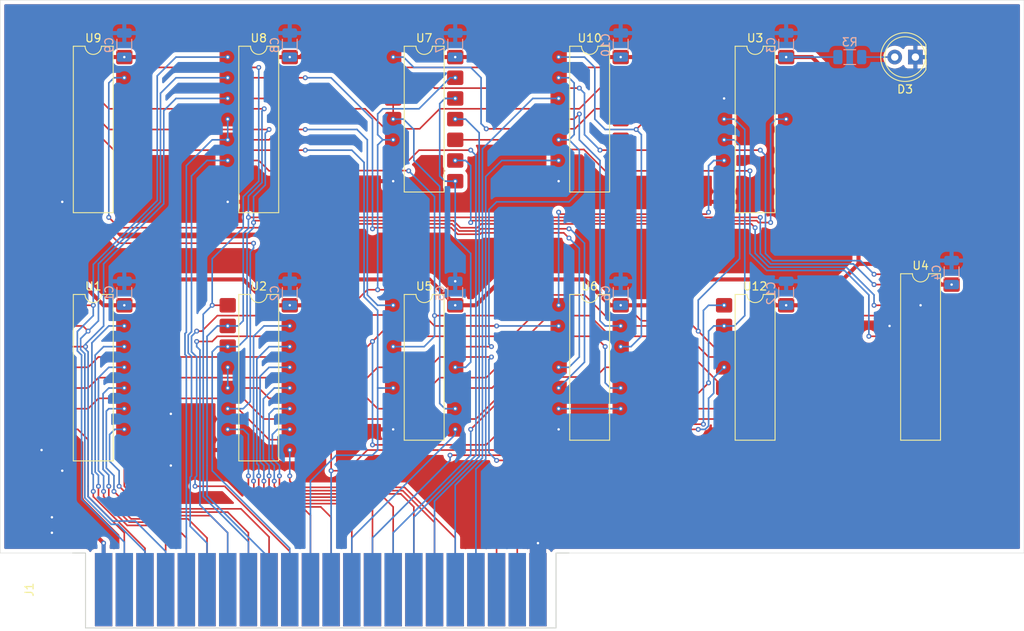
<source format=kicad_pcb>
(kicad_pcb (version 20241229) (generator "pcbnew") (generator_version "9.0")
  (layers (0 "F.Cu" signal) (2 "B.Cu" signal) (13 "F.Paste" user) (15 "B.Paste" user) (5 "F.SilkS" user "F.Silkscreen") (7 "B.SilkS" user "B.Silkscreen") (1 "F.Mask" user) (3 "B.Mask" user) (25 "Edge.Cuts" user))
  (net 0 "")
  (net 1 "+5V")
  (net 2 "GND")
  (net 3 "Net-(D3-A)")
  (net 4 "~{sel_write_marl}")
  (net 5 "~{sel_write_sph}")
  (net 6 "~{sel_write_marh}")
  (net 7 "~{sel_read_marh}")
  (net 8 "~{sel_read_pch}")
  (net 9 "~{sel_read_sph}")
  (net 10 "~{sel_write_pch}")
  (net 11 "~{sel_read_spl}")
  (net 12 "~{sel_read_pcl}")
  (net 13 "~{sel_write_lrl}")
  (net 14 "~{sel_write_lrh}")
  (net 15 "~{sel_write_pcl}")
  (net 16 "~{sel_write_spl}")
  (net 17 "~{sel_read_marl}")
  (net 18 "wr_addr_0")
  (net 19 "wr_addr_2")
  (net 20 "write")
  (net 21 "wr_addr_1")
  (net 22 "~{wr_addr_3}")
  (net 23 "~{wr_addr_4}")
  (net 24 "~{rd_addr_3}")
  (net 25 "~{sel_read_lrl}")
  (net 26 "rd_addr_0")
  (net 27 "~{sel_read_lrh}")
  (net 28 "rd_addr_1")
  (net 29 "rd_addr_2")
  (net 30 "rd_addr_4")
  (net 33 "~{addr_write_pc}")
  (net 34 "wr_enable")
  (net 35 "~{addr_write_mar}")
  (net 38 "wr_addr_4")
  (net 40 "~{addr_write_sp}")
  (net 45 "~{addr_read_mar}")
  (net 47 "~{addr_read_pc}")
  (net 48 "~{addr_read_sp}")
  (net 49 "rd_addr_3")
  (net 50 "~{addr_pc}")
  (net 51 "Net-(U5-Pad11)")
  (net 52 "Net-(U5-Pad10)")
  (net 53 "clock")
  (net 54 "wr_addr_3")
  (net 55 "Net-(U5-Pad9)")
  (net 56 "Net-(U10-Pad2)")
  (net 57 "~{write_iod_mar}")
  (net 58 "Net-(U6-Pad6)")
  (net 59 "~{addr_mar}")
  (net 60 "~{addr_sp}")
  (net 61 "~{read_iod_mar}")
  (net 62 "pc_inc")
  (net 63 "mar_inc")
  (net 78 "sp_inc")
  (net 80 "sp_dec")
  (net 90 "memory_write")
  (net 92 "memory_read")
  (footprint "Package_DIP:SMDIP-14_W7.62mm" (layer "F.Cu") (at 133.35 92.075)
    (property "Reference" "U12")
    (property "Value" "74LS02")
  )
  (footprint "Package_DIP:SMDIP-14_W7.62mm" (layer "F.Cu") (at 92.71 92.075)
    (property "Reference" "U5")
    (property "Value" "74LS04")
  )
  (footprint "LED_THT:LED_D5.0mm" (layer "F.Cu") (at 153.035 53.975 180)
    (property "Reference" "D3")
    (property "Value" "LED")
  )
  (footprint "Package_DIP:SMDIP-14_W7.62mm" (layer "F.Cu") (at 113.03 61.595)
    (property "Reference" "U10")
    (property "Value" "74LS32")
  )
  (footprint "edge_connector:edge-connector-44" (layer "F.Cu") (at 53.34 119.38 90)
    (property "Reference" "J1")
    (property "Value" "addr_decoder")
    (fp_line (start 4.5 -2.22) (end 4.5 -3.81) (stroke (width 0.12)) (layer "Edge.Cuts"))
    (fp_line (start -4.699 -2.22) (end 4.5 -2.22) (stroke (width 0.12)) (layer "Edge.Cuts"))
    (fp_line (start -4.699 -2.22) (end -4.699 55.56) (stroke (width 0.12)) (layer "Edge.Cuts"))
    (fp_line (start 4.5 55.56) (end 4.5 57.15) (stroke (width 0.12)) (layer "Edge.Cuts"))
    (fp_line (start -4.699 55.56) (end 4.5 55.56) (stroke (width 0.12)) (layer "Edge.Cuts"))
  )
  (footprint "Package_DIP:SMDIP-16_W7.62mm" (layer "F.Cu") (at 72.39 62.865)
    (property "Reference" "U8")
    (property "Value" "74LS138")
  )
  (footprint "Package_DIP:SMDIP-16_W7.62mm" (layer "F.Cu") (at 153.67 90.805)
    (property "Reference" "U4")
    (property "Value" "74LS138")
  )
  (footprint "Package_DIP:SMDIP-16_W7.62mm" (layer "F.Cu") (at 52.07 62.865)
    (property "Reference" "U9")
    (property "Value" "74LS138")
  )
  (footprint "Package_DIP:SMDIP-14_W7.62mm" (layer "F.Cu") (at 113.03 92.075)
    (property "Reference" "U6")
    (property "Value" "74LS08")
  )
  (footprint "Package_DIP:SMDIP-16_W7.62mm" (layer "F.Cu") (at 52.07 93.345)
    (property "Reference" "U1")
    (property "Value" "74LS138")
  )
  (footprint "Package_DIP:SMDIP-16_W7.62mm" (layer "F.Cu") (at 133.35 62.865)
    (property "Reference" "U3")
    (property "Value" "74LS138")
  )
  (footprint "Package_DIP:SMDIP-14_W7.62mm" (layer "F.Cu") (at 92.71 61.595)
    (property "Reference" "U7")
    (property "Value" "74LS00")
  )
  (footprint "Package_DIP:SMDIP-16_W7.62mm" (layer "F.Cu") (at 72.39 93.345)
    (property "Reference" "U2")
    (property "Value" "74LS138")
  )
  (footprint "Capacitor_SMD:C_1206_3216Metric" (layer "B.Cu") (at 137.16 52.5 -90)
    (property "Reference" "C3")
    (property "Value" "100nF")
  )
  (footprint "Capacitor_SMD:C_1206_3216Metric" (layer "B.Cu") (at 55.88 82.98 -90)
    (property "Reference" "C1")
    (property "Value" "100nF")
  )
  (footprint "Capacitor_SMD:C_1206_3216Metric" (layer "B.Cu") (at 76.2 52.5 -90)
    (property "Reference" "C8")
    (property "Value" "100nF")
  )
  (footprint "Capacitor_SMD:C_1206_3216Metric" (layer "B.Cu") (at 55.88 52.5 -90)
    (property "Reference" "C9")
    (property "Value" "100nF")
  )
  (footprint "Capacitor_SMD:C_1206_3216Metric" (layer "B.Cu") (at 96.52 52.5 -90)
    (property "Reference" "C7")
    (property "Value" "100nF")
  )
  (footprint "Capacitor_SMD:C_1206_3216Metric" (layer "B.Cu") (at 96.52 82.98 -90)
    (property "Reference" "C5")
    (property "Value" "100nF")
  )
  (footprint "Capacitor_SMD:C_1206_3216Metric" (layer "B.Cu") (at 157.48 80.44 -90)
    (property "Reference" "C4")
    (property "Value" "100nF")
  )
  (footprint "Capacitor_SMD:C_1206_3216Metric" (layer "B.Cu") (at 116.84 82.98 -90)
    (property "Reference" "C6")
    (property "Value" "100nF")
  )
  (footprint "Capacitor_SMD:C_1206_3216Metric" (layer "B.Cu") (at 137.16 82.98 -90)
    (property "Reference" "C12")
    (property "Value" "100nF")
  )
  (footprint "Capacitor_SMD:C_1206_3216Metric" (layer "B.Cu") (at 76.2 82.98 -90)
    (property "Reference" "C2")
    (property "Value" "100nF")
  )
  (footprint "Capacitor_SMD:C_1206_3216Metric" (layer "B.Cu") (at 116.84 52.5 -90)
    (property "Reference" "C10")
    (property "Value" "100nF")
  )
  (footprint "Resistor_SMD:R_1206_3216Metric" (layer "B.Cu") (at 144.9725 53.975 180)
    (property "Reference" "R3")
    (property "Value" "1K")
  )
  (gr_line (start 110.49 114.88) (end 166.37 114.88) (stroke (width 0.05)) (layer "Edge.Cuts"))
  (gr_line (start 40.64 114.88) (end 40.64 46.99) (stroke (width 0.05)) (layer "Edge.Cuts"))
  (gr_line (start 40.64 46.99) (end 166.37 46.99) (stroke (width 0.05)) (layer "Edge.Cuts"))
  (gr_line (start 166.37 46.99) (end 166.37 114.88) (stroke (width 0.05)) (layer "Edge.Cuts"))
  (gr_line (start 49.53 114.88) (end 40.64 114.88) (stroke (width 0.05)) (layer "Edge.Cuts"))
  (segment (start 140.97 84.455) (end 146.05 79.375) (width 0.5) (layer "F.Cu") (net 1))
  (segment (start 137.16 84.455) (end 140.97 84.455) (width 0.5) (layer "F.Cu") (net 1))
  (segment (start 46.99 50.8) (end 50.8 50.8) (width 0.5) (layer "F.Cu") (net 1))
  (segment (start 44.45 104.775) (end 44.45 83.185) (width 0.5) (layer "F.Cu") (net 1))
  (segment (start 76.2 84.455) (end 79.375 84.455) (width 0.5) (layer "F.Cu") (net 1))
  (segment (start 93.345 81.28) (end 96.52 84.455) (width 0.5) (layer "F.Cu") (net 1))
  (segment (start 102.235 81.28) (end 112.395 81.28) (width 0.5) (layer "F.Cu") (net 1))
  (segment (start 53.975 53.975) (end 55.88 53.975) (width 0.5) (layer "F.Cu") (net 1))
  (segment (start 77.47 53.975) (end 80.645 50.8) (width 0.5) (layer "F.Cu") (net 1))
  (segment (start 73.66 53.975) (end 76.2 53.975) (width 0.5) (layer "F.Cu") (net 1))
  (segment (start 153.67 79.375) (end 156.21 81.915) (width 0.5) (layer "F.Cu") (net 1))
  (segment (start 55.88 84.455) (end 57.785 84.455) (width 0.5) (layer "F.Cu") (net 1))
  (segment (start 131.445 50.8) (end 134.62 53.975) (width 0.5) (layer "F.Cu") (net 1))
  (segment (start 44.45 79.375) (end 44.45 53.34) (width 0.5) (layer "F.Cu") (net 1))
  (segment (start 93.98 53.975) (end 96.52 53.975) (width 0.5) (layer "F.Cu") (net 1))
  (segment (start 116.84 53.975) (end 119.38 53.975) (width 0.5) (layer "F.Cu") (net 1))
  (segment (start 134.62 53.975) (end 137.16 53.975) (width 0.5) (layer "F.Cu") (net 1))
  (segment (start 111.76 50.8) (end 114.935 53.975) (width 0.5) (layer "F.Cu") (net 1))
  (segment (start 82.55 81.28) (end 93.345 81.28) (width 0.5) (layer "F.Cu") (net 1))
  (segment (start 114.935 53.975) (end 116.84 53.975) (width 0.5) (layer "F.Cu") (net 1))
  (segment (start 132.715 81.28) (end 135.89 84.455) (width 0.5) (layer "F.Cu") (net 1))
  (segment (start 98.425 53.975) (end 101.6 50.8) (width 0.5) (layer "F.Cu") (net 1))
  (segment (start 60.96 81.28) (end 70.485 81.28) (width 0.5) (layer "F.Cu") (net 1))
  (segment (start 122.555 50.8) (end 131.445 50.8) (width 0.5) (layer "F.Cu") (net 1))
  (segment (start 55.88 53.975) (end 57.785 53.975) (width 0.5) (layer "F.Cu") (net 1))
  (segment (start 140.335 53.975) (end 146.05 59.69) (width 0.5) (layer "F.Cu") (net 1))
  (segment (start 135.89 84.455) (end 137.16 84.455) (width 0.5) (layer "F.Cu") (net 1))
  (segment (start 90.805 50.8) (end 93.98 53.975) (width 0.5) (layer "F.Cu") (net 1))
  (segment (start 46.355 81.28) (end 50.165 81.28) (width 0.5) (layer "F.Cu") (net 1))
  (segment (start 112.395 81.28) (end 115.57 84.455) (width 0.5) (layer "F.Cu") (net 1))
  (segment (start 73.66 84.455) (end 76.2 84.455) (width 0.5) (layer "F.Cu") (net 1))
  (segment (start 123.825 81.28) (end 132.715 81.28) (width 0.5) (layer "F.Cu") (net 1))
  (segment (start 50.165 81.28) (end 53.34 84.455) (width 0.5) (layer "F.Cu") (net 1))
  (segment (start 137.16 53.975) (end 140.335 53.975) (width 0.5) (layer "F.Cu") (net 1))
  (segment (start 70.485 50.8) (end 73.66 53.975) (width 0.5) (layer "F.Cu") (net 1))
  (segment (start 146.05 79.375) (end 153.67 79.375) (width 0.5) (layer "F.Cu") (net 1))
  (segment (start 57.785 84.455) (end 60.96 81.28) (width 0.5) (layer "F.Cu") (net 1))
  (segment (start 116.84 84.455) (end 120.65 84.455) (width 0.5) (layer "F.Cu") (net 1))
  (segment (start 146.05 59.69) (end 146.05 79.375) (width 0.5) (layer "F.Cu") (net 1))
  (segment (start 80.645 50.8) (end 90.805 50.8) (width 0.5) (layer "F.Cu") (net 1))
  (segment (start 53.34 113.665) (end 44.45 104.775) (width 0.5) (layer "F.Cu") (net 1))
  (segment (start 60.96 50.8) (end 70.485 50.8) (width 0.5) (layer "F.Cu") (net 1))
  (segment (start 53.34 84.455) (end 55.88 84.455) (width 0.5) (layer "F.Cu") (net 1))
  (segment (start 96.52 53.975) (end 98.425 53.975) (width 0.5) (layer "F.Cu") (net 1))
  (segment (start 44.45 83.185) (end 46.355 81.28) (width 0.5) (layer "F.Cu") (net 1))
  (segment (start 50.8 50.8) (end 53.975 53.975) (width 0.5) (layer "F.Cu") (net 1))
  (segment (start 96.52 84.455) (end 99.06 84.455) (width 0.5) (layer "F.Cu") (net 1))
  (segment (start 119.38 53.975) (end 122.555 50.8) (width 0.5) (layer "F.Cu") (net 1))
  (segment (start 76.2 53.975) (end 77.47 53.975) (width 0.5) (layer "F.Cu") (net 1))
  (segment (start 101.6 50.8) (end 111.76 50.8) (width 0.5) (layer "F.Cu") (net 1))
  (segment (start 46.355 81.28) (end 44.45 79.375) (width 0.5) (layer "F.Cu") (net 1))
  (segment (start 99.06 84.455) (end 102.235 81.28) (width 0.5) (layer "F.Cu") (net 1))
  (segment (start 156.21 81.915) (end 157.48 81.915) (width 0.5) (layer "F.Cu") (net 1))
  (segment (start 57.785 53.975) (end 60.96 50.8) (width 0.5) (layer "F.Cu") (net 1))
  (segment (start 115.57 84.455) (end 116.84 84.455) (width 0.5) (layer "F.Cu") (net 1))
  (segment (start 120.65 84.455) (end 123.825 81.28) (width 0.5) (layer "F.Cu") (net 1))
  (segment (start 70.485 81.28) (end 73.66 84.455) (width 0.5) (layer "F.Cu") (net 1))
  (segment (start 79.375 84.455) (end 82.55 81.28) (width 0.5) (layer "F.Cu") (net 1))
  (segment (start 53.34 119.38) (end 53.34 113.665) (width 0.5) (layer "F.Cu") (net 1))
  (segment (start 44.45 53.34) (end 46.99 50.8) (width 0.5) (layer "F.Cu") (net 1))
  (via (at 53.34 113.665) (size 0.6) (drill 0.3) (layers "F.Cu" "B.Cu") (net 1))
  (via (at 137.16 84.455) (size 0.6) (drill 0.3) (layers "F.Cu" "B.Cu") (net 1))
  (via (at 96.52 84.455) (size 0.6) (drill 0.3) (layers "F.Cu" "B.Cu") (net 1))
  (via (at 76.2 84.455) (size 0.6) (drill 0.3) (layers "F.Cu" "B.Cu") (net 1))
  (via (at 116.84 53.975) (size 0.6) (drill 0.3) (layers "F.Cu" "B.Cu") (net 1))
  (via (at 76.2 53.975) (size 0.6) (drill 0.3) (layers "F.Cu" "B.Cu") (net 1))
  (via (at 55.88 53.975) (size 0.6) (drill 0.3) (layers "F.Cu" "B.Cu") (net 1))
  (via (at 116.84 84.455) (size 0.6) (drill 0.3) (layers "F.Cu" "B.Cu") (net 1))
  (via (at 157.48 81.915) (size 0.6) (drill 0.3) (layers "F.Cu" "B.Cu") (net 1))
  (via (at 55.88 84.455) (size 0.6) (drill 0.3) (layers "F.Cu" "B.Cu") (net 1))
  (via (at 96.52 53.975) (size 0.6) (drill 0.3) (layers "F.Cu" "B.Cu") (net 1))
  (via (at 137.16 53.975) (size 0.6) (drill 0.3) (layers "F.Cu" "B.Cu") (net 1))
  (segment (start 143.51 53.975) (end 137.16 53.975) (width 0.2) (layer "B.Cu") (net 1))
  (segment (start 53.34 119.38) (end 53.34 113.665) (width 0.5) (layer "B.Cu") (net 1))
  (segment (start 106.68 119.38) (end 106.68 113.665) (width 2) (layer "F.Cu") (net 2))
  (via (at 96.52 81.505) (size 0.6) (drill 0.3) (layers "F.Cu" "B.Cu") (net 2))
  (via (at 153.67 84.455) (size 0.6) (drill 0.3) (layers "F.Cu" "B.Cu") (net 2))
  (via (at 46.99 112.395) (size 0.6) (drill 0.3) (layers "F.Cu" "B.Cu") (net 2))
  (via (at 61.595 97.79) (size 0.6) (drill 0.3) (layers "F.Cu" "B.Cu") (net 2))
  (via (at 129.54 59.055) (size 0.6) (drill 0.3) (layers "F.Cu" "B.Cu") (net 2))
  (via (at 109.22 99.695) (size 0.6) (drill 0.3) (layers "F.Cu" "B.Cu") (net 2))
  (via (at 88.9 69.215) (size 0.6) (drill 0.3) (layers "F.Cu" "B.Cu") (net 2))
  (via (at 45.72 102.235) (size 0.6) (drill 0.3) (layers "F.Cu" "B.Cu") (net 2))
  (via (at 88.9 99.695) (size 0.6) (drill 0.3) (layers "F.Cu" "B.Cu") (net 2))
  (via (at 61.595 104.14) (size 0.6) (drill 0.3) (layers "F.Cu" "B.Cu") (net 2))
  (via (at 48.26 104.775) (size 0.6) (drill 0.3) (layers "F.Cu" "B.Cu") (net 2))
  (via (at 149.86 86.995) (size 0.6) (drill 0.3) (layers "F.Cu" "B.Cu") (net 2))
  (via (at 68.58 71.755) (size 0.6) (drill 0.3) (layers "F.Cu" "B.Cu") (net 2))
  (via (at 109.22 69.215) (size 0.6) (drill 0.3) (layers "F.Cu" "B.Cu") (net 2))
  (via (at 46.99 110.49) (size 0.6) (drill 0.3) (layers "F.Cu" "B.Cu") (net 2))
  (via (at 106.68 113.665) (size 0.6) (drill 0.3) (layers "F.Cu" "B.Cu") (net 2))
  (via (at 48.26 71.755) (size 0.6) (drill 0.3) (layers "F.Cu" "B.Cu") (net 2))
  (segment (start 106.68 119.38) (end 106.68 113.665) (width 2) (layer "B.Cu") (net 2))
  (segment (start 146.435 53.975) (end 150.495 53.975) (width 0.2) (layer "B.Cu") (net 3))
  (segment (start 68.58 119.38) (end 68.58 112.395) (width 0.2) (layer "F.Cu") (net 4))
  (segment (start 57.584 110.289) (end 54.61 107.315) (width 0.2) (layer "F.Cu") (net 4))
  (segment (start 66.474 110.289) (end 57.584 110.289) (width 0.2) (layer "F.Cu") (net 4))
  (segment (start 68.58 112.395) (end 66.474 110.289) (width 0.2) (layer "F.Cu") (net 4))
  (via (at 54.61 107.315) (size 0.6) (drill 0.3) (layers "F.Cu" "B.Cu") (net 4))
  (via (at 55.88 97.155) (size 0.6) (drill 0.3) (layers "F.Cu" "B.Cu") (net 4))
  (segment (start 53.674 104.441) (end 53.674 97.456) (width 0.2) (layer "B.Cu") (net 4))
  (segment (start 54.61 107.315) (end 54.61 105.377) (width 0.2) (layer "B.Cu") (net 4))
  (segment (start 53.975 97.155) (end 55.88 97.155) (width 0.2) (layer "B.Cu") (net 4))
  (segment (start 53.674 97.456) (end 53.975 97.155) (width 0.2) (layer "B.Cu") (net 4))
  (segment (start 54.61 105.377) (end 53.674 104.441) (width 0.2) (layer "B.Cu") (net 4))
  (segment (start 53.975 106.68) (end 53.975 107.95) (width 0.2) (layer "F.Cu") (net 5))
  (segment (start 66.04 113.03) (end 66.04 119.38) (width 0.2) (layer "F.Cu") (net 5))
  (segment (start 53.975 107.95) (end 56.715 110.69) (width 0.2) (layer "F.Cu") (net 5))
  (segment (start 56.715 110.69) (end 63.7 110.69) (width 0.2) (layer "F.Cu") (net 5))
  (segment (start 63.7 110.69) (end 66.04 113.03) (width 0.2) (layer "F.Cu") (net 5))
  (via (at 55.88 94.615) (size 0.6) (drill 0.3) (layers "F.Cu" "B.Cu") (net 5))
  (via (at 53.975 106.68) (size 0.6) (drill 0.3) (layers "F.Cu" "B.Cu") (net 5))
  (segment (start 53.975 106.68) (end 53.975 105.3091) (width 0.2) (layer "B.Cu") (net 5))
  (segment (start 53.975 94.615) (end 55.88 94.615) (width 0.2) (layer "B.Cu") (net 5))
  (segment (start 53.273 95.317) (end 53.975 94.615) (width 0.2) (layer "B.Cu") (net 5))
  (segment (start 53.975 105.3091) (end 53.273 104.6071) (width 0.2) (layer "B.Cu") (net 5))
  (segment (start 53.273 104.6071) (end 53.273 95.317) (width 0.2) (layer "B.Cu") (net 5))
  (segment (start 71.12 112.395) (end 71.12 119.38) (width 0.2) (layer "F.Cu") (net 6))
  (segment (start 68.58 109.855) (end 71.12 112.395) (width 0.2) (layer "F.Cu") (net 6))
  (segment (start 55.245 106.68) (end 58.42 109.855) (width 0.2) (layer "F.Cu") (net 6))
  (segment (start 58.42 109.855) (end 68.58 109.855) (width 0.2) (layer "F.Cu") (net 6))
  (via (at 55.88 99.695) (size 0.6) (drill 0.3) (layers "F.Cu" "B.Cu") (net 6))
  (via (at 55.245 106.68) (size 0.6) (drill 0.3) (layers "F.Cu" "B.Cu") (net 6))
  (segment (start 54.075 100.33) (end 54.71 99.695) (width 0.2) (layer "B.Cu") (net 6))
  (segment (start 54.71 99.695) (end 55.88 99.695) (width 0.2) (layer "B.Cu") (net 6))
  (segment (start 54.075 103.605) (end 54.075 100.33) (width 0.2) (layer "B.Cu") (net 6))
  (segment (start 55.245 106.68) (end 55.245 104.775) (width 0.2) (layer "B.Cu") (net 6))
  (segment (start 55.245 104.775) (end 54.075 103.605) (width 0.2) (layer "B.Cu") (net 6))
  (segment (start 75.465 107.215) (end 74.93 106.68) (width 0.2) (layer "F.Cu") (net 7))
  (segment (start 93.98 111.125) (end 93.98 119.38) (width 0.2) (layer "F.Cu") (net 7))
  (segment (start 79.375 107.215) (end 75.465 107.215) (width 0.2) (layer "F.Cu") (net 7))
  (segment (start 90.07 107.215) (end 93.98 111.125) (width 0.2) (layer "F.Cu") (net 7))
  (segment (start 79.375 107.215) (end 90.07 107.215) (width 0.2) (layer "F.Cu") (net 7))
  (segment (start 74.93 106.68) (end 74.93 105.41) (width 0.2) (layer "F.Cu") (net 7))
  (via (at 76.2 99.695) (size 0.6) (drill 0.3) (layers "F.Cu" "B.Cu") (net 7))
  (via (at 74.93 105.41) (size 0.6) (drill 0.3) (layers "F.Cu" "B.Cu") (net 7))
  (segment (start 74.696 99.695) (end 76.2 99.695) (width 0.2) (layer "B.Cu") (net 7))
  (segment (start 74.061 100.33) (end 74.696 99.695) (width 0.2) (layer "B.Cu") (net 7))
  (segment (start 74.93 105.41) (end 74.93 104.14) (width 0.2) (layer "B.Cu") (net 7))
  (segment (start 74.93 104.14) (end 74.061 103.271) (width 0.2) (layer "B.Cu") (net 7))
  (segment (start 74.061 103.271) (end 74.061 100.33) (width 0.2) (layer "B.Cu") (net 7))
  (segment (start 72.391681 107.313319) (end 72.391681 107.108804) (width 0.2) (layer "F.Cu") (net 8))
  (segment (start 83.82 119.38) (end 83.82 109.855) (width 0.2) (layer "F.Cu") (net 8))
  (segment (start 73.894 108.819) (end 72.39 107.315) (width 0.2) (layer "F.Cu") (net 8))
  (segment (start 83.82 109.855) (end 82.784 108.819) (width 0.2) (layer "F.Cu") (net 8))
  (segment (start 72.39 107.315) (end 72.391681 107.313319) (width 0.2) (layer "F.Cu") (net 8))
  (segment (start 72.39 107.107123) (end 72.39 105.41) (width 0.2) (layer "F.Cu") (net 8))
  (segment (start 82.784 108.819) (end 73.894 108.819) (width 0.2) (layer "F.Cu") (net 8))
  (segment (start 72.391681 107.108804) (end 72.39 107.107123) (width 0.2) (layer "F.Cu") (net 8))
  (via (at 76.2 89.535) (size 0.6) (drill 0.3) (layers "F.Cu" "B.Cu") (net 8))
  (via (at 72.39 105.41) (size 0.6) (drill 0.3) (layers "F.Cu" "B.Cu") (net 8))
  (segment (start 72.156 103.906) (end 72.156 91.039) (width 0.2) (layer "B.Cu") (net 8))
  (segment (start 73.66 89.535) (end 76.2 89.535) (width 0.2) (layer "B.Cu") (net 8))
  (segment (start 72.156 91.039) (end 73.66 89.535) (width 0.2) (layer "B.Cu") (net 8))
  (segment (start 72.39 105.41) (end 72.39 104.14) (width 0.2) (layer "B.Cu") (net 8))
  (segment (start 72.39 104.14) (end 72.156 103.906) (width 0.2) (layer "B.Cu") (net 8))
  (segment (start 73.66 106.9975) (end 74.6795 108.017) (width 0.2) (layer "F.Cu") (net 9))
  (segment (start 74.6795 108.017) (end 87.697 108.017) (width 0.2) (layer "F.Cu") (net 9))
  (segment (start 87.697 108.017) (end 88.9 109.22) (width 0.2) (layer "F.Cu") (net 9))
  (segment (start 88.9 109.22) (end 88.9 119.38) (width 0.2) (layer "F.Cu") (net 9))
  (segment (start 73.66 105.41) (end 73.66 106.9975) (width 0.2) (layer "F.Cu") (net 9))
  (via (at 73.66 105.41) (size 0.6) (drill 0.3) (layers "F.Cu" "B.Cu") (net 9))
  (via (at 76.2 94.615) (size 0.6) (drill 0.3) (layers "F.Cu" "B.Cu") (net 9))
  (segment (start 73.66 105.41) (end 73.66 104.14) (width 0.2) (layer "B.Cu") (net 9))
  (segment (start 73.66 104.14) (end 72.958 103.438) (width 0.2) (layer "B.Cu") (net 9))
  (segment (start 74.295 94.615) (end 76.2 94.615) (width 0.2) (layer "B.Cu") (net 9))
  (segment (start 72.958 103.438) (end 72.958 95.952) (width 0.2) (layer "B.Cu") (net 9))
  (segment (start 72.958 95.952) (end 74.295 94.615) (width 0.2) (layer "B.Cu") (net 9))
  (segment (start 52.705 107.95) (end 52.705 106.68) (width 0.2) (layer "F.Cu") (net 10))
  (segment (start 56.247 111.492) (end 52.705 107.95) (width 0.2) (layer "F.Cu") (net 10))
  (segment (start 60.96 113.665) (end 58.787 111.492) (width 0.2) (layer "F.Cu") (net 10))
  (segment (start 58.787 111.492) (end 56.247 111.492) (width 0.2) (layer "F.Cu") (net 10))
  (segment (start 60.96 119.38) (end 60.96 113.665) (width 0.2) (layer "F.Cu") (net 10))
  (via (at 52.705 106.68) (size 0.6) (drill 0.3) (layers "F.Cu" "B.Cu") (net 10))
  (via (at 55.88 89.535) (size 0.6) (drill 0.3) (layers "F.Cu" "B.Cu") (net 10))
  (segment (start 53.34 89.535) (end 55.88 89.535) (width 0.2) (layer "B.Cu") (net 10))
  (segment (start 52.304 90.571) (end 53.34 89.535) (width 0.2) (layer "B.Cu") (net 10))
  (segment (start 52.705 106.68) (end 52.705 105.3421) (width 0.2) (layer "B.Cu") (net 10))
  (segment (start 52.705 105.3421) (end 52.304 104.9411) (width 0.2) (layer "B.Cu") (net 10))
  (segment (start 52.304 104.9411) (end 52.304 90.571) (width 0.2) (layer "B.Cu") (net 10))
  (segment (start 85.558 108.418) (end 86.36 109.22) (width 0.2) (layer "F.Cu") (net 11))
  (segment (start 74.128 108.418) (end 85.558 108.418) (width 0.2) (layer "F.Cu") (net 11))
  (segment (start 86.36 109.22) (end 86.36 119.38) (width 0.2) (layer "F.Cu") (net 11))
  (segment (start 73.025 106.045) (end 73.025 107.315) (width 0.2) (layer "F.Cu") (net 11))
  (segment (start 73.025 107.315) (end 74.128 108.418) (width 0.2) (layer "F.Cu") (net 11))
  (via (at 76.2 92.075) (size 0.6) (drill 0.3) (layers "F.Cu" "B.Cu") (net 11))
  (via (at 73.025 106.045) (size 0.6) (drill 0.3) (layers "F.Cu" "B.Cu") (net 11))
  (segment (start 72.557 103.672) (end 72.557 93.178) (width 0.2) (layer "B.Cu") (net 11))
  (segment (start 73.025 106.045) (end 73.025 104.14) (width 0.2) (layer "B.Cu") (net 11))
  (segment (start 73.025 104.14) (end 72.557 103.672) (width 0.2) (layer "B.Cu") (net 11))
  (segment (start 73.66 92.075) (end 76.2 92.075) (width 0.2) (layer "B.Cu") (net 11))
  (segment (start 72.557 93.178) (end 73.66 92.075) (width 0.2) (layer "B.Cu") (net 11))
  (segment (start 81.28 110.49) (end 81.28 119.38) (width 0.2) (layer "F.Cu") (net 12))
  (segment (start 80.01 109.22) (end 81.28 110.49) (width 0.2) (layer "F.Cu") (net 12))
  (segment (start 71.755 106.045) (end 71.790681 106.080681) (width 0.2) (layer "F.Cu") (net 12))
  (segment (start 71.790681 106.080681) (end 71.790681 107.985681) (width 0.2) (layer "F.Cu") (net 12))
  (segment (start 73.025 109.22) (end 80.01 109.22) (width 0.2) (layer "F.Cu") (net 12))
  (segment (start 71.790681 107.985681) (end 73.025 109.22) (width 0.2) (layer "F.Cu") (net 12))
  (via (at 76.2 86.995) (size 0.6) (drill 0.3) (layers "F.Cu" "B.Cu") (net 12))
  (via (at 71.755 106.045) (size 0.6) (drill 0.3) (layers "F.Cu" "B.Cu") (net 12))
  (segment (start 71.755 88.265) (end 73.025 86.995) (width 0.2) (layer "B.Cu") (net 12))
  (segment (start 73.025 86.995) (end 76.2 86.995) (width 0.2) (layer "B.Cu") (net 12))
  (segment (start 71.755 106.045) (end 71.755 88.265) (width 0.2) (layer "B.Cu") (net 12))
  (segment (start 70.2115 109.454) (end 73.66 112.9025) (width 0.2) (layer "F.Cu") (net 13))
  (segment (start 55.88 102.235) (end 55.88 106.68) (width 0.2) (layer "F.Cu") (net 13))
  (segment (start 58.654 109.454) (end 70.2115 109.454) (width 0.2) (layer "F.Cu") (net 13))
  (segment (start 55.88 106.68) (end 58.654 109.454) (width 0.2) (layer "F.Cu") (net 13))
  (segment (start 73.66 112.9025) (end 73.66 119.38) (width 0.2) (layer "F.Cu") (net 13))
  (segment (start 51.435 106.68) (end 51.435 107.95) (width 0.2) (layer "F.Cu") (net 14))
  (segment (start 55.88 112.395) (end 55.88 119.38) (width 0.2) (layer "F.Cu") (net 14))
  (segment (start 50.165 99.695) (end 48.26 99.695) (width 0.2) (layer "F.Cu") (net 14))
  (segment (start 51.435 106.68) (end 51.435 100.965) (width 0.2) (layer "F.Cu") (net 14))
  (segment (start 51.435 107.95) (end 55.88 112.395) (width 0.2) (layer "F.Cu") (net 14))
  (segment (start 51.435 100.965) (end 50.165 99.695) (width 0.2) (layer "F.Cu") (net 14))
  (segment (start 52.07 107.315) (end 52.07 107.95) (width 0.2) (layer "F.Cu") (net 15))
  (segment (start 58.42 114.3) (end 58.42 119.38) (width 0.2) (layer "F.Cu") (net 15))
  (segment (start 52.07 107.95) (end 58.42 114.3) (width 0.2) (layer "F.Cu") (net 15))
  (via (at 55.88 86.995) (size 0.6) (drill 0.3) (layers "F.Cu" "B.Cu") (net 15))
  (via (at 52.07 107.315) (size 0.6) (drill 0.3) (layers "F.Cu" "B.Cu") (net 15))
  (segment (start 51.903 105.1072) (end 52.07 105.2742) (width 0.2) (layer "B.Cu") (net 15))
  (segment (start 52.07 105.2742) (end 52.07 107.315) (width 0.2) (layer "B.Cu") (net 15))
  (segment (start 55.88 86.995) (end 53.975 86.995) (width 0.2) (layer "B.Cu") (net 15))
  (segment (start 53.975 86.995) (end 51.903 89.067) (width 0.2) (layer "B.Cu") (net 15))
  (segment (start 51.903 89.067) (end 51.903 105.1072) (width 0.2) (layer "B.Cu") (net 15))
  (segment (start 63.5 113.03) (end 63.5 119.38) (width 0.2) (layer "F.Cu") (net 16))
  (segment (start 56.481 111.091) (end 61.561 111.091) (width 0.2) (layer "F.Cu") (net 16))
  (segment (start 61.561 111.091) (end 63.5 113.03) (width 0.2) (layer "F.Cu") (net 16))
  (segment (start 53.34 107.95) (end 56.481 111.091) (width 0.2) (layer "F.Cu") (net 16))
  (segment (start 53.34 107.315) (end 53.34 107.95) (width 0.2) (layer "F.Cu") (net 16))
  (via (at 53.34 107.315) (size 0.6) (drill 0.3) (layers "F.Cu" "B.Cu") (net 16))
  (via (at 55.88 92.075) (size 0.6) (drill 0.3) (layers "F.Cu" "B.Cu") (net 16))
  (segment (start 52.705 93.345) (end 53.975 92.075) (width 0.2) (layer "B.Cu") (net 16))
  (segment (start 53.34 105.41) (end 52.705 104.775) (width 0.2) (layer "B.Cu") (net 16))
  (segment (start 53.34 107.315) (end 53.34 105.41) (width 0.2) (layer "B.Cu") (net 16))
  (segment (start 53.975 92.075) (end 55.88 92.075) (width 0.2) (layer "B.Cu") (net 16))
  (segment (start 52.705 104.775) (end 52.705 93.345) (width 0.2) (layer "B.Cu") (net 16))
  (segment (start 74.295 106.68) (end 75.231 107.616) (width 0.2) (layer "F.Cu") (net 17))
  (segment (start 75.231 107.616) (end 89.836 107.616) (width 0.2) (layer "F.Cu") (net 17))
  (segment (start 89.836 107.616) (end 91.44 109.22) (width 0.2) (layer "F.Cu") (net 17))
  (segment (start 91.44 109.22) (end 91.44 119.38) (width 0.2) (layer "F.Cu") (net 17))
  (segment (start 74.295 106.045) (end 74.295 106.68) (width 0.2) (layer "F.Cu") (net 17))
  (via (at 74.295 106.045) (size 0.6) (drill 0.3) (layers "F.Cu" "B.Cu") (net 17))
  (via (at 76.2 97.155) (size 0.6) (drill 0.3) (layers "F.Cu" "B.Cu") (net 17))
  (segment (start 74.295 106.045) (end 74.295 104.14) (width 0.2) (layer "B.Cu") (net 17))
  (segment (start 73.66 103.505) (end 73.66 97.79) (width 0.2) (layer "B.Cu") (net 17))
  (segment (start 74.295 104.14) (end 73.66 103.505) (width 0.2) (layer "B.Cu") (net 17))
  (segment (start 73.66 97.79) (end 74.295 97.155) (width 0.2) (layer "B.Cu") (net 17))
  (segment (start 74.295 97.155) (end 76.2 97.155) (width 0.2) (layer "B.Cu") (net 17))
  (segment (start 48.26 84.455) (end 52.07 84.455) (width 0.2) (layer "F.Cu") (net 18))
  (via (at 68.58 53.975) (size 0.6) (drill 0.3) (layers "F.Cu" "B.Cu") (net 18))
  (via (at 52.07 84.455) (size 0.6) (drill 0.3) (layers "F.Cu" "B.Cu") (net 18))
  (segment (start 59.924 71.5889) (end 59.924 56.281) (width 0.2) (layer "B.Cu") (net 18))
  (segment (start 50.633 90.5701) (end 50.1155 90.0526) (width 0.2) (layer "B.Cu") (net 18))
  (segment (start 52.07 79.4429) (end 59.924 71.5889) (width 0.2) (layer "B.Cu") (net 18))
  (segment (start 55.88 113.5292) (end 50.633 108.2822) (width 0.2) (layer "B.Cu") (net 18))
  (segment (start 59.924 56.281) (end 62.23 53.975) (width 0.2) (layer "B.Cu") (net 18))
  (segment (start 55.88 119.38) (end 55.88 113.5292) (width 0.2) (layer "B.Cu") (net 18))
  (segment (start 50.633 108.2822) (end 50.633 90.5701) (width 0.2) (layer "B.Cu") (net 18))
  (segment (start 50.1155 90.0526) (end 50.1155 87.6795) (width 0.2) (layer "B.Cu") (net 18))
  (segment (start 52.07 85.725) (end 52.07 84.455) (width 0.2) (layer "B.Cu") (net 18))
  (segment (start 62.23 53.975) (end 68.58 53.975) (width 0.2) (layer "B.Cu") (net 18))
  (segment (start 52.07 84.455) (end 52.07 79.4429) (width 0.2) (layer "B.Cu") (net 18))
  (segment (start 50.1155 87.6795) (end 52.07 85.725) (width 0.2) (layer "B.Cu") (net 18))
  (segment (start 73.025 59.055) (end 74.295 60.325) (width 0.2) (layer "F.Cu") (net 19))
  (segment (start 51.1175 89.535) (end 48.26 89.535) (width 0.2) (layer "F.Cu") (net 19))
  (segment (start 74.295 60.325) (end 85.45384 60.325) (width 0.2) (layer "F.Cu") (net 19))
  (segment (start 68.58 59.055) (end 73.025 59.055) (width 0.2) (layer "F.Cu") (net 19))
  (segment (start 94.615 60.325) (end 111.76 60.325) (width 0.2) (layer "F.Cu") (net 19))
  (segment (start 119.38 57.785) (end 120.65 56.515) (width 0.2) (layer "F.Cu") (net 19))
  (segment (start 92.154 62.786) (end 94.615 60.325) (width 0.2) (layer "F.Cu") (net 19))
  (segment (start 120.65 56.515) (end 129.54 56.515) (width 0.2) (layer "F.Cu") (net 19))
  (segment (start 85.45384 60.325) (end 87.91484 62.786) (width 0.2) (layer "F.Cu") (net 19))
  (segment (start 111.76 60.325) (end 114.3 57.785) (width 0.2) (layer "F.Cu") (net 19))
  (segment (start 87.91484 62.786) (end 92.154 62.786) (width 0.2) (layer "F.Cu") (net 19))
  (segment (start 114.3 57.785) (end 119.38 57.785) (width 0.2) (layer "F.Cu") (net 19))
  (via (at 68.58 59.055) (size 0.6) (drill 0.3) (layers "F.Cu" "B.Cu") (net 19))
  (via (at 51.1175 89.535) (size 0.6) (drill 0.3) (layers "F.Cu" "B.Cu") (net 19))
  (segment (start 60.726 60.559) (end 60.726 71.989) (width 0.2) (layer "B.Cu") (net 19))
  (segment (start 51.435 90.17) (end 51.435 107.95) (width 0.2) (layer "B.Cu") (net 19))
  (segment (start 57.238 110.958) (end 60.96 114.68) (width 0.2) (layer "B.Cu") (net 19))
  (segment (start 51.1175 89.8525) (end 51.435 90.17) (width 0.2) (layer "B.Cu") (net 19))
  (segment (start 51.1175 89.2175) (end 51.1175 89.535) (width 0.2) (layer "B.Cu") (net 19))
  (segment (start 53.34 79.375) (end 53.34 86.995) (width 0.2) (layer "B.Cu") (net 19))
  (segment (start 51.1175 89.535) (end 51.1175 89.8525) (width 0.2) (layer "B.Cu") (net 19))
  (segment (start 62.23 59.055) (end 60.726 60.559) (width 0.2) (layer "B.Cu") (net 19))
  (segment (start 51.435 107.95) (end 54.443 110.958) (width 0.2) (layer "B.Cu") (net 19))
  (segment (start 53.34 86.995) (end 51.1175 89.2175) (width 0.2) (layer "B.Cu") (net 19))
  (segment (start 60.96 114.68) (end 60.96 119.38) (width 0.2) (layer "B.Cu") (net 19))
  (segment (start 60.726 71.989) (end 53.34 79.375) (width 0.2) (layer "B.Cu") (net 19))
  (segment (start 54.443 110.958) (end 57.238 110.958) (width 0.2) (layer "B.Cu") (net 19))
  (segment (start 68.58 59.055) (end 62.23 59.055) (width 0.2) (layer "B.Cu") (net 19))
  (segment (start 70.485 95.885) (end 73.025 98.425) (width 0.2) (layer "F.Cu") (net 20))
  (segment (start 51.435 97.155) (end 52.705 95.885) (width 0.2) (layer "F.Cu") (net 20))
  (segment (start 52.705 95.885) (end 70.485 95.885) (width 0.2) (layer "F.Cu") (net 20))
  (segment (start 73.025 98.425) (end 99.06 98.425) (width 0.2) (layer "F.Cu") (net 20))
  (segment (start 48.26 97.155) (end 51.435 97.155) (width 0.2) (layer "F.Cu") (net 20))
  (segment (start 99.06 98.425) (end 107.95 89.535) (width 0.2) (layer "F.Cu") (net 20))
  (segment (start 107.95 89.535) (end 109.22 89.535) (width 0.2) (layer "F.Cu") (net 20))
  (segment (start 48.26 86.995) (end 50.8 86.995) (width 0.2) (layer "F.Cu") (net 21))
  (segment (start 75.13584 55.245) (end 125.73 55.245) (width 0.2) (layer "F.Cu") (net 21))
  (segment (start 50.8 86.995) (end 51.435 87.63) (width 0.2) (layer "F.Cu") (net 21))
  (segment (start 73.86584 56.515) (end 75.13584 55.245) (width 0.2) (layer "F.Cu") (net 21))
  (segment (start 125.73 55.245) (end 127 53.975) (width 0.2) (layer "F.Cu") (net 21))
  (segment (start 68.58 56.515) (end 73.86584 56.515) (width 0.2) (layer "F.Cu") (net 21))
  (segment (start 127 53.975) (end 129.54 53.975) (width 0.2) (layer "F.Cu") (net 21))
  (via (at 68.58 56.515) (size 0.6) (drill 0.3) (layers "F.Cu" "B.Cu") (net 21))
  (via (at 51.435 87.63) (size 0.6) (drill 0.3) (layers "F.Cu" "B.Cu") (net 21))
  (segment (start 62.23 56.515) (end 68.58 56.515) (width 0.2) (layer "B.Cu") (net 21))
  (segment (start 52.705 79.375) (end 60.325 71.755) (width 0.2) (layer "B.Cu") (net 21))
  (segment (start 51.034 90.404) (end 51.034 108.1161) (width 0.2) (layer "B.Cu") (net 21))
  (segment (start 58.42 114.68) (end 58.42 119.38) (width 0.2) (layer "B.Cu") (net 21))
  (segment (start 50.5165 88.5485) (end 50.5165 89.8865) (width 0.2) (layer "B.Cu") (net 21))
  (segment (start 60.325 58.42) (end 62.23 56.515) (width 0.2) (layer "B.Cu") (net 21))
  (segment (start 52.705 86.36) (end 52.705 79.375) (width 0.2) (layer "B.Cu") (net 21))
  (segment (start 50.5165 89.8865) (end 51.034 90.404) (width 0.2) (layer "B.Cu") (net 21))
  (segment (start 51.435 87.63) (end 52.705 86.36) (width 0.2) (layer "B.Cu") (net 21))
  (segment (start 60.325 71.755) (end 60.325 58.42) (width 0.2) (layer "B.Cu") (net 21))
  (segment (start 51.034 108.1161) (end 54.2769 111.359) (width 0.2) (layer "B.Cu") (net 21))
  (segment (start 54.2769 111.359) (end 55.099 111.359) (width 0.2) (layer "B.Cu") (net 21))
  (segment (start 51.435 87.63) (end 50.5165 88.5485) (width 0.2) (layer "B.Cu") (net 21))
  (segment (start 55.099 111.359) (end 58.42 114.68) (width 0.2) (layer "B.Cu") (net 21))
  (segment (start 100.33 101.6) (end 106.045 95.885) (width 0.2) (layer "F.Cu") (net 22))
  (segment (start 86.36 101.6) (end 100.33 101.6) (width 0.2) (layer "F.Cu") (net 22))
  (segment (start 106.045 95.885) (end 125.73 95.885) (width 0.2) (layer "F.Cu") (net 22))
  (segment (start 51.435 92.075) (end 48.26 92.075) (width 0.2) (layer "F.Cu") (net 22))
  (segment (start 86.36 88.9) (end 88.265 86.995) (width 0.2) (layer "F.Cu") (net 22))
  (segment (start 88.265 86.995) (end 88.9 86.995) (width 0.2) (layer "F.Cu") (net 22))
  (segment (start 84.455 90.805) (end 52.705 90.805) (width 0.2) (layer "F.Cu") (net 22))
  (segment (start 125.73 95.885) (end 127.635 93.98) (width 0.2) (layer "F.Cu") (net 22))
  (segment (start 86.36 88.9) (end 84.455 90.805) (width 0.2) (layer "F.Cu") (net 22))
  (segment (start 52.705 90.805) (end 51.435 92.075) (width 0.2) (layer "F.Cu") (net 22))
  (via (at 129.54 61.595) (size 0.6) (drill 0.3) (layers "F.Cu" "B.Cu") (net 22))
  (via (at 86.36 88.9) (size 0.6) (drill 0.3) (layers "F.Cu" "B.Cu") (net 22))
  (via (at 86.36 101.6) (size 0.6) (drill 0.3) (layers "F.Cu" "B.Cu") (net 22))
  (via (at 127.635 93.98) (size 0.6) (drill 0.3) (layers "F.Cu" "B.Cu") (net 22))
  (via (at 129.54 86.995) (size 0.6) (drill 0.3) (layers "F.Cu" "B.Cu") (net 22))
  (segment (start 130.81 86.995) (end 132.08 85.725) (width 0.2) (layer "B.Cu") (net 22))
  (segment (start 127.635 93.98) (end 127.635 87.63) (width 0.2) (layer "B.Cu") (net 22))
  (segment (start 130.81 61.595) (end 129.54 61.595) (width 0.2) (layer "B.Cu") (net 22))
  (segment (start 86.36 101.6) (end 86.36 88.9) (width 0.2) (layer "B.Cu") (net 22))
  (segment (start 127.635 87.63) (end 128.27 86.995) (width 0.2) (layer "B.Cu") (net 22))
  (segment (start 132.08 62.865) (end 130.81 61.595) (width 0.2) (layer "B.Cu") (net 22))
  (segment (start 132.08 85.725) (end 132.08 62.865) (width 0.2) (layer "B.Cu") (net 22))
  (segment (start 128.27 86.995) (end 129.54 86.995) (width 0.2) (layer "B.Cu") (net 22))
  (segment (start 129.54 86.995) (end 130.81 86.995) (width 0.2) (layer "B.Cu") (net 22))
  (segment (start 48.26 94.615) (end 51.435 94.615) (width 0.2) (layer "F.Cu") (net 23))
  (segment (start 51.435 94.615) (end 52.705 93.345) (width 0.2) (layer "F.Cu") (net 23))
  (segment (start 86.995 92.075) (end 88.9 92.075) (width 0.2) (layer "F.Cu") (net 23))
  (segment (start 85.725 93.345) (end 86.995 92.075) (width 0.2) (layer "F.Cu") (net 23))
  (segment (start 52.705 93.345) (end 85.725 93.345) (width 0.2) (layer "F.Cu") (net 23))
  (segment (start 88.9 97.155) (end 90.805 97.155) (width 0.2) (layer "F.Cu") (net 24))
  (segment (start 94.615 93.345) (end 100.33 93.345) (width 0.2) (layer "F.Cu") (net 24))
  (segment (start 86.995 97.155) (end 88.9 97.155) (width 0.2) (layer "F.Cu") (net 24))
  (segment (start 115.57 88.265) (end 123.19 88.265) (width 0.2) (layer "F.Cu") (net 24))
  (segment (start 107.95 85.725) (end 113.03 85.725) (width 0.2) (layer "F.Cu") (net 24))
  (segment (start 72.39 94.615) (end 73.66 95.885) (width 0.2) (layer "F.Cu") (net 24))
  (segment (start 85.725 95.885) (end 86.995 97.155) (width 0.2) (layer "F.Cu") (net 24))
  (segment (start 90.805 97.155) (end 94.615 93.345) (width 0.2) (layer "F.Cu") (net 24))
  (segment (start 123.19 88.265) (end 129.54 94.615) (width 0.2) (layer "F.Cu") (net 24))
  (segment (start 68.58 94.615) (end 72.39 94.615) (width 0.2) (layer "F.Cu") (net 24))
  (segment (start 100.33 93.345) (end 107.95 85.725) (width 0.2) (layer "F.Cu") (net 24))
  (segment (start 113.03 85.725) (end 115.57 88.265) (width 0.2) (layer "F.Cu") (net 24))
  (segment (start 73.66 95.885) (end 85.725 95.885) (width 0.2) (layer "F.Cu") (net 24))
  (via (at 68.58 94.615) (size 0.6) (drill 0.3) (layers "F.Cu" "B.Cu") (net 24))
  (via (at 68.58 92.075) (size 0.6) (drill 0.3) (layers "F.Cu" "B.Cu") (net 24))
  (segment (start 68.58 94.615) (end 68.58 92.075) (width 0.2) (layer "B.Cu") (net 24))
  (segment (start 76.2 105.41) (end 76.2 106.045) (width 0.2) (layer "F.Cu") (net 25))
  (segment (start 96.52 113.03) (end 96.52 119.38) (width 0.2) (layer "F.Cu") (net 25))
  (segment (start 76.2 106.045) (end 76.969 106.814) (width 0.2) (layer "F.Cu") (net 25))
  (segment (start 90.304 106.814) (end 96.52 113.03) (width 0.2) (layer "F.Cu") (net 25))
  (segment (start 76.969 106.814) (end 90.304 106.814) (width 0.2) (layer "F.Cu") (net 25))
  (via (at 76.2 105.41) (size 0.6) (drill 0.3) (layers "F.Cu" "B.Cu") (net 25))
  (via (at 76.2 102.235) (size 0.6) (drill 0.3) (layers "F.Cu" "B.Cu") (net 25))
  (segment (start 76.2 105.41) (end 76.2 102.235) (width 0.2) (layer "B.Cu") (net 25))
  (segment (start 48.26 53.975) (end 49.53 55.245) (width 0.2) (layer "F.Cu") (net 26))
  (segment (start 49.53 55.245) (end 72.39 55.245) (width 0.2) (layer "F.Cu") (net 26))
  (segment (start 66.675 84.455) (end 68.58 84.455) (width 0.2) (layer "F.Cu") (net 26))
  (via (at 66.675 84.455) (size 0.6) (drill 0.3) (layers "F.Cu" "B.Cu") (net 26))
  (via (at 72.39 55.245) (size 0.6) (drill 0.3) (layers "F.Cu" "B.Cu") (net 26))
  (segment (start 70.485 71.12) (end 72.39 69.215) (width 0.2) (layer "B.Cu") (net 26))
  (segment (start 72.39 69.215) (end 72.39 55.245) (width 0.2) (layer "B.Cu") (net 26))
  (segment (start 71.12 113.498) (end 71.12 119.38) (width 0.2) (layer "B.Cu") (net 26))
  (segment (start 66.675 84.455) (end 66.675 78.74) (width 0.2) (layer "B.Cu") (net 26))
  (segment (start 70.485 74.93) (end 70.485 71.12) (width 0.2) (layer "B.Cu") (net 26))
  (segment (start 66.675 78.74) (end 70.485 74.93) (width 0.2) (layer "B.Cu") (net 26))
  (segment (start 65.572 85.558) (end 65.572 107.95) (width 0.2) (layer "B.Cu") (net 26))
  (segment (start 66.675 84.455) (end 65.572 85.558) (width 0.2) (layer "B.Cu") (net 26))
  (segment (start 65.572 107.95) (end 71.12 113.498) (width 0.2) (layer "B.Cu") (net 26))
  (segment (start 78.74 110.256) (end 78.74 119.38) (width 0.2) (layer "F.Cu") (net 27))
  (segment (start 71.12 105.41) (end 71.12 107.95) (width 0.2) (layer "F.Cu") (net 27))
  (segment (start 71.12 107.95) (end 72.791 109.621) (width 0.2) (layer "F.Cu") (net 27))
  (segment (start 72.791 109.621) (end 78.105 109.621) (width 0.2) (layer "F.Cu") (net 27))
  (segment (start 78.105 109.621) (end 78.74 110.256) (width 0.2) (layer "F.Cu") (net 27))
  (via (at 71.12 105.41) (size 0.6) (drill 0.3) (layers "F.Cu" "B.Cu") (net 27))
  (via (at 68.58 99.695) (size 0.6) (drill 0.3) (layers "F.Cu" "B.Cu") (net 27))
  (segment (start 71.12 105.41) (end 71.12 100.33) (width 0.2) (layer "B.Cu") (net 27))
  (segment (start 70.485 99.695) (end 68.58 99.695) (width 0.2) (layer "B.Cu") (net 27))
  (segment (start 71.12 100.33) (end 70.485 99.695) (width 0.2) (layer "B.Cu") (net 27))
  (segment (start 48.26 56.515) (end 50.165 56.515) (width 0.2) (layer "F.Cu") (net 28))
  (segment (start 53.975 60.325) (end 73.06 60.325) (width 0.2) (layer "F.Cu") (net 28))
  (segment (start 50.165 56.515) (end 53.975 60.325) (width 0.2) (layer "F.Cu") (net 28))
  (segment (start 149.86 81.915) (end 147.955 81.915) (width 0.2) (layer "F.Cu") (net 28))
  (segment (start 71.12 73.66) (end 133.985 73.66) (width 0.2) (layer "F.Cu") (net 28))
  (via (at 71.12 73.66) (size 0.6) (drill 0.3) (layers "F.Cu" "B.Cu") (net 28))
  (via (at 68.58 86.995) (size 0.6) (drill 0.3) (layers "F.Cu" "B.Cu") (net 28))
  (via (at 133.985 73.66) (size 0.6) (drill 0.3) (layers "F.Cu" "B.Cu") (net 28))
  (via (at 73.06 60.325) (size 0.6) (drill 0.3) (layers "F.Cu" "B.Cu") (net 28))
  (via (at 147.955 81.915) (size 0.6) (drill 0.3) (layers "F.Cu" "B.Cu") (net 28))
  (segment (start 70.485 75.6329) (end 70.485 86.36) (width 0.2) (layer "B.Cu") (net 28))
  (segment (start 66.04 104.14) (end 66.04 88.265) (width 0.2) (layer "B.Cu") (net 28))
  (segment (start 145.415 79.375) (end 135.255 79.375) (width 0.2) (layer "B.Cu") (net 28))
  (segment (start 72.791 69.3811) (end 71.12 71.0521) (width 0.2) (layer "B.Cu") (net 28))
  (segment (start 71.12 71.0521) (end 71.12 73.66) (width 0.2) (layer "B.Cu") (net 28))
  (segment (start 73.06 60.325) (end 72.791 60.594) (width 0.2) (layer "B.Cu") (net 28))
  (segment (start 73.66 115.4709) (end 66.04 107.8509) (width 0.2) (layer "B.Cu") (net 28))
  (segment (start 71.12 73.66) (end 71.12 74.9979) (width 0.2) (layer "B.Cu") (net 28))
  (segment (start 67.31 86.995) (end 68.58 86.995) (width 0.2) (layer "B.Cu") (net 28))
  (segment (start 66.04 107.8509) (end 66.04 104.14) (width 0.2) (layer "B.Cu") (net 28))
  (segment (start 70.485 86.36) (end 69.85 86.995) (width 0.2) (layer "B.Cu") (net 28))
  (segment (start 135.255 79.375) (end 133.985 78.105) (width 0.2) (layer "B.Cu") (net 28))
  (segment (start 72.791 60.594) (end 72.791 69.3811) (width 0.2) (layer "B.Cu") (net 28))
  (segment (start 147.955 81.915) (end 145.415 79.375) (width 0.2) (layer "B.Cu") (net 28))
  (segment (start 71.12 74.9979) (end 70.485 75.6329) (width 0.2) (layer "B.Cu") (net 28))
  (segment (start 133.985 78.105) (end 133.985 73.66) (width 0.2) (layer "B.Cu") (net 28))
  (segment (start 66.04 88.265) (end 67.31 86.995) (width 0.2) (layer "B.Cu") (net 28))
  (segment (start 69.85 86.995) (end 68.58 86.995) (width 0.2) (layer "B.Cu") (net 28))
  (segment (start 73.66 119.38) (end 73.66 115.4709) (width 0.2) (layer "B.Cu") (net 28))
  (segment (start 71.755 74.295) (end 71.989 74.061) (width 0.2) (layer "F.Cu") (net 29))
  (segment (start 50.165 59.055) (end 48.26 59.055) (width 0.2) (layer "F.Cu") (net 29))
  (segment (start 53.975 62.865) (end 50.165 59.055) (width 0.2) (layer "F.Cu") (net 29))
  (segment (start 71.989 74.061) (end 96.286 74.061) (width 0.2) (layer "F.Cu") (net 29))
  (segment (start 149.86 84.455) (end 147.955 84.455) (width 0.2) (layer "F.Cu") (net 29))
  (segment (start 132.882 74.462) (end 133.35 74.93) (width 0.2) (layer "F.Cu") (net 29))
  (segment (start 96.286 74.061) (end 97.155 74.93) (width 0.2) (layer "F.Cu") (net 29))
  (segment (start 99.227 74.93) (end 99.695 74.462) (width 0.2) (layer "F.Cu") (net 29))
  (segment (start 73.66 62.865) (end 53.975 62.865) (width 0.2) (layer "F.Cu") (net 29))
  (segment (start 99.695 74.462) (end 132.882 74.462) (width 0.2) (layer "F.Cu") (net 29))
  (segment (start 97.155 74.93) (end 99.227 74.93) (width 0.2) (layer "F.Cu") (net 29))
  (via (at 68.58 89.535) (size 0.6) (drill 0.3) (layers "F.Cu" "B.Cu") (net 29))
  (via (at 71.755 74.295) (size 0.6) (drill 0.3) (layers "F.Cu" "B.Cu") (net 29))
  (via (at 73.66 62.865) (size 0.6) (drill 0.3) (layers "F.Cu" "B.Cu") (net 29))
  (via (at 147.955 84.455) (size 0.6) (drill 0.3) (layers "F.Cu" "B.Cu") (net 29))
  (via (at 133.35 74.93) (size 0.6) (drill 0.3) (layers "F.Cu" "B.Cu") (net 29))
  (segment (start 69.85 89.535) (end 70.953 88.432) (width 0.2) (layer "B.Cu") (net 29))
  (segment (start 147.955 84.455) (end 147.955 83.185) (width 0.2) (layer "B.Cu") (net 29))
  (segment (start 70.953 88.432) (end 70.953 75.732) (width 0.2) (layer "B.Cu") (net 29))
  (segment (start 67.31 89.535) (end 68.58 89.535) (width 0.2) (layer "B.Cu") (net 29))
  (segment (start 135.05495 79.776) (end 133.35 78.07105) (width 0.2) (layer "B.Cu") (net 29))
  (segment (start 76.2 114.3) (end 66.675 104.775) (width 0.2) (layer "B.Cu") (net 29))
  (segment (start 147.955 83.185) (end 144.546 79.776) (width 0.2) (layer "B.Cu") (net 29))
  (segment (start 66.675 104.775) (end 66.675 90.17) (width 0.2) (layer "B.Cu") (net 29))
  (segment (start 71.755 71.12) (end 71.755 74.295) (width 0.2) (layer "B.Cu") (net 29))
  (segment (start 73.192 63.333) (end 73.192 69.683) (width 0.2) (layer "B.Cu") (net 29))
  (segment (start 76.2 119.38) (end 76.2 114.3) (width 0.2) (layer "B.Cu") (net 29))
  (segment (start 73.192 69.683) (end 71.755 71.12) (width 0.2) (layer "B.Cu") (net 29))
  (segment (start 144.546 79.776) (end 135.05495 79.776) (width 0.2) (layer "B.Cu") (net 29))
  (segment (start 66.675 90.17) (end 67.31 89.535) (width 0.2) (layer "B.Cu") (net 29))
  (segment (start 71.755 74.93) (end 71.755 74.295) (width 0.2) (layer "B.Cu") (net 29))
  (segment (start 68.58 89.535) (end 69.85 89.535) (width 0.2) (layer "B.Cu") (net 29))
  (segment (start 73.66 62.865) (end 73.192 63.333) (width 0.2) (layer "B.Cu") (net 29))
  (segment (start 70.953 75.732) (end 71.755 74.93) (width 0.2) (layer "B.Cu") (net 29))
  (segment (start 133.35 78.07105) (end 133.35 74.93) (width 0.2) (layer "B.Cu") (net 29))
  (segment (start 80.01 100.965) (end 73.66 100.965) (width 0.2) (layer "F.Cu") (net 30))
  (segment (start 133.985 95.885) (end 144.145 95.885) (width 0.2) (layer "F.Cu") (net 30))
  (segment (start 147.955 92.075) (end 149.86 92.075) (width 0.2) (layer "F.Cu") (net 30))
  (segment (start 73.66 100.965) (end 69.85 97.155) (width 0.2) (layer "F.Cu") (net 30))
  (segment (start 111.30692 102.235) (end 85.725 102.235) (width 0.2) (layer "F.Cu") (net 30))
  (segment (start 69.85 97.155) (end 68.58 97.155) (width 0.2) (layer "F.Cu") (net 30))
  (segment (start 144.145 95.885) (end 147.955 92.075) (width 0.2) (layer "F.Cu") (net 30))
  (segment (start 81.28 104.775) (end 81.28 102.235) (width 0.2) (layer "F.Cu") (net 30))
  (segment (start 120.015 97.155) (end 118.824 98.346) (width 0.2) (layer "F.Cu") (net 30))
  (segment (start 149.86 92.075) (end 149.86 89.535) (width 0.2) (layer "F.Cu") (net 30))
  (segment (start 81.28 102.235) (end 80.01 100.965) (width 0.2) (layer "F.Cu") (net 30))
  (segment (start 83.185 104.775) (end 81.28 104.775) (width 0.2) (layer "F.Cu") (net 30))
  (segment (start 132.715 97.155) (end 133.985 95.885) (width 0.2) (layer "F.Cu") (net 30))
  (segment (start 115.19592 98.346) (end 111.30692 102.235) (width 0.2) (layer "F.Cu") (net 30))
  (segment (start 50.8 67.945) (end 49.53 66.675) (width 0.2) (layer "F.Cu") (net 30))
  (segment (start 50.8 72.39) (end 50.8 67.945) (width 0.2) (layer "F.Cu") (net 30))
  (segment (start 85.725 102.235) (end 83.185 104.775) (width 0.2) (layer "F.Cu") (net 30))
  (segment (start 55.245 76.835) (end 50.8 72.39) (width 0.2) (layer "F.Cu") (net 30))
  (segment (start 129.54 97.155) (end 120.015 97.155) (width 0.2) (layer "F.Cu") (net 30))
  (segment (start 71.755 76.835) (end 55.245 76.835) (width 0.2) (layer "F.Cu") (net 30))
  (segment (start 129.54 97.155) (end 132.715 97.155) (width 0.2) (layer "F.Cu") (net 30))
  (segment (start 49.53 66.675) (end 48.26 66.675) (width 0.2) (layer "F.Cu") (net 30))
  (segment (start 118.824 98.346) (end 115.19592 98.346) (width 0.2) (layer "F.Cu") (net 30))
  (via (at 68.58 97.155) (size 0.6) (drill 0.3) (layers "F.Cu" "B.Cu") (net 30))
  (via (at 71.755 76.835) (size 0.6) (drill 0.3) (layers "F.Cu" "B.Cu") (net 30))
  (via (at 81.28 104.775) (size 0.6) (drill 0.3) (layers "F.Cu" "B.Cu") (net 30))
  (segment (start 71.354 96.286) (end 70.485 97.155) (width 0.2) (layer "B.Cu") (net 30))
  (segment (start 81.28 119.38) (end 81.28 104.775) (width 0.2) (layer "B.Cu") (net 30))
  (segment (start 71.354 77.871) (end 71.354 96.286) (width 0.2) (layer "B.Cu") (net 30))
  (segment (start 70.485 97.155) (end 68.58 97.155) (width 0.2) (layer "B.Cu") (net 30))
  (segment (start 71.755 76.835) (end 71.755 77.47) (width 0.2) (layer "B.Cu") (net 30))
  (segment (start 71.755 77.47) (end 71.354 77.871) (width 0.2) (layer "B.Cu") (net 30))
  (segment (start 113.665 60.325) (end 118.11 60.325) (width 0.2) (layer "F.Cu") (net 33))
  (segment (start 118.11 60.325) (end 120.65 57.785) (width 0.2) (layer "F.Cu") (net 33))
  (segment (start 120.65 57.785) (end 132.08 57.785) (width 0.2) (layer "F.Cu") (net 33))
  (segment (start 111.204 62.786) (end 113.665 60.325) (width 0.2) (layer "F.Cu") (net 33))
  (segment (start 133.35 56.515) (end 137.16 56.515) (width 0.2) (layer "F.Cu") (net 33))
  (segment (start 100.33 62.786) (end 111.204 62.786) (width 0.2) (layer "F.Cu") (net 33))
  (segment (start 132.08 57.785) (end 133.35 56.515) (width 0.2) (layer "F.Cu") (net 33))
  (via (at 88.9 53.975) (size 0.6) (drill 0.3) (layers "F.Cu" "B.Cu") (net 33))
  (via (at 100.33 62.786) (size 0.6) (drill 0.3) (layers "F.Cu" "B.Cu") (net 33))
  (segment (start 91.44 55.245) (end 90.17 53.975) (width 0.2) (layer "B.Cu") (net 33))
  (segment (start 99.695 56.515) (end 98.425 55.245) (width 0.2) (layer "B.Cu") (net 33))
  (segment (start 98.425 55.245) (end 91.44 55.245) (width 0.2) (layer "B.Cu") (net 33))
  (segment (start 90.17 53.975) (end 88.9 53.975) (width 0.2) (layer "B.Cu") (net 33))
  (segment (start 99.695 62.151) (end 99.695 56.515) (width 0.2) (layer "B.Cu") (net 33))
  (segment (start 100.33 62.786) (end 99.695 62.151) (width 0.2) (layer "B.Cu") (net 33))
  (segment (start 66.675 88.9) (end 67.31 88.265) (width 0.2) (layer "F.Cu") (net 34))
  (segment (start 93.0275 88.265) (end 103.505 88.265) (width 0.2) (layer "F.Cu") (net 34))
  (segment (start 64.77 88.9) (end 66.675 88.9) (width 0.2) (layer "F.Cu") (net 34))
  (segment (start 67.31 88.265) (end 81.915 88.265) (width 0.2) (layer "F.Cu") (net 34))
  (segment (start 109.22 73.025) (end 109.454 73.259) (width 0.2) (layer "F.Cu") (net 34))
  (segment (start 84.534 85.646) (end 90.4085 85.646) (width 0.2) (layer "F.Cu") (net 34))
  (segment (start 103.505 88.265) (end 107.315 84.455) (width 0.2) (layer "F.Cu") (net 34))
  (segment (start 107.315 84.455) (end 109.22 84.455) (width 0.2) (layer "F.Cu") (net 34))
  (segment (start 127.401 73.259) (end 127.635 73.025) (width 0.2) (layer "F.Cu") (net 34))
  (segment (start 109.454 73.259) (end 127.401 73.259) (width 0.2) (layer "F.Cu") (net 34))
  (segment (start 90.4085 85.646) (end 93.0275 88.265) (width 0.2) (layer "F.Cu") (net 34))
  (segment (start 81.915 88.265) (end 84.534 85.646) (width 0.2) (layer "F.Cu") (net 34))
  (via (at 109.22 84.455) (size 0.6) (drill 0.3) (layers "F.Cu" "B.Cu") (net 34))
  (via (at 127.635 73.025) (size 0.6) (drill 0.3) (layers "F.Cu" "B.Cu") (net 34))
  (via (at 109.22 73.025) (size 0.6) (drill 0.3) (layers "F.Cu" "B.Cu") (net 34))
  (via (at 129.54 66.675) (size 0.6) (drill 0.3) (layers "F.Cu" "B.Cu") (net 34))
  (via (at 64.77 88.9) (size 0.6) (drill 0.3) (layers "F.Cu" "B.Cu") (net 34))
  (segment (start 65.171 108.986) (end 68.58 112.395) (width 0.2) (layer "B.Cu") (net 34))
  (segment (start 64.77 89.535) (end 65.171 89.936) (width 0.2) (layer "B.Cu") (net 34))
  (segment (start 65.171 89.936) (end 65.171 108.986) (width 0.2) (layer "B.Cu") (net 34))
  (segment (start 64.77 88.9) (end 64.77 89.535) (width 0.2) (layer "B.Cu") (net 34))
  (segment (start 109.22 84.455) (end 109.22 73.025) (width 0.2) (layer "B.Cu") (net 34))
  (segment (start 127.635 67.31) (end 128.27 66.675) (width 0.2) (layer "B.Cu") (net 34))
  (segment (start 127.635 73.025) (end 127.635 67.31) (width 0.2) (layer "B.Cu") (net 34))
  (segment (start 68.58 112.395) (end 68.58 119.38) (width 0.2) (layer "B.Cu") (net 34))
  (segment (start 128.27 66.675) (end 129.54 66.675) (width 0.2) (layer "B.Cu") (net 34))
  (segment (start 133.770057 74.295) (end 135.255 74.295) (width 0.2) (layer "F.Cu") (net 35))
  (segment (start 133.536057 74.061) (end 98.659 74.061) (width 0.2) (layer "F.Cu") (net 35))
  (segment (start 98.659 74.061) (end 98.425 74.295) (width 0.2) (layer "F.Cu") (net 35))
  (segment (start 133.536057 74.061) (end 133.770057 74.295) (width 0.2) (layer "F.Cu") (net 35))
  (via (at 98.425 74.295) (size 0.6) (drill 0.3) (layers "F.Cu" "B.Cu") (net 35))
  (via (at 96.52 66.675) (size 0.6) (drill 0.3) (layers "F.Cu" "B.Cu") (net 35))
  (via (at 137.16 61.595) (size 0.6) (drill 0.3) (layers "F.Cu" "B.Cu") (net 35))
  (via (at 135.255 74.295) (size 0.6) (drill 0.3) (layers "F.Cu" "B.Cu") (net 35))
  (segment (start 135.89 61.595) (end 135.255 62.23) (width 0.2) (layer "B.Cu") (net 35))
  (segment (start 97.79 66.675) (end 96.52 66.675) (width 0.2) (layer "B.Cu") (net 35))
  (segment (start 137.16 61.595) (end 135.89 61.595) (width 0.2) (layer "B.Cu") (net 35))
  (segment (start 135.255 62.23) (end 135.255 74.295) (width 0.2) (layer "B.Cu") (net 35))
  (segment (start 98.425 74.295) (end 98.425 67.31) (width 0.2) (layer "B.Cu") (net 35))
  (segment (start 98.425 67.31) (end 97.79 66.675) (width 0.2) (layer "B.Cu") (net 35))
  (segment (start 112.395 83.185) (end 106.68 83.185) (width 0.2) (layer "F.Cu") (net 38))
  (segment (start 114.935 85.725) (end 112.395 83.185) (width 0.2) (layer "F.Cu") (net 38))
  (segment (start 126.365 87.63) (end 125.095 86.36) (width 0.2) (layer "F.Cu") (net 38))
  (segment (start 128.27 89.535) (end 129.54 89.535) (width 0.2) (layer "F.Cu") (net 38))
  (segment (start 126.365 87.63) (end 128.27 89.535) (width 0.2) (layer "F.Cu") (net 38))
  (segment (start 118.745 85.725) (end 114.935 85.725) (width 0.2) (layer "F.Cu") (net 38))
  (segment (start 72.39 66.675) (end 68.58 66.675) (width 0.2) (layer "F.Cu") (net 38))
  (segment (start 90.774 67.914) (end 75.596 67.914) (width 0.2) (layer "F.Cu") (net 38))
  (segment (start 90.805 67.945) (end 90.774 67.914) (width 0.2) (layer "F.Cu") (net 38))
  (segment (start 75.565 67.945) (end 75.596 67.914) (width 0.2) (layer "F.Cu") (net 38))
  (segment (start 75.565 67.945) (end 73.66 67.945) (width 0.2) (layer "F.Cu") (net 38))
  (segment (start 119.38 86.36) (end 118.745 85.725) (width 0.2) (layer "F.Cu") (net 38))
  (segment (start 104.14 85.725) (end 93.98 85.725) (width 0.2) (layer "F.Cu") (net 38))
  (segment (start 106.68 83.185) (end 104.14 85.725) (width 0.2) (layer "F.Cu") (net 38))
  (segment (start 73.66 67.945) (end 72.39 66.675) (width 0.2) (layer "F.Cu") (net 38))
  (segment (start 125.095 86.36) (end 119.38 86.36) (width 0.2) (layer "F.Cu") (net 38))
  (via (at 90.805 67.945) (size 0.6) (drill 0.3) (layers "F.Cu" "B.Cu") (net 38))
  (via (at 93.98 85.725) (size 0.6) (drill 0.3) (layers "F.Cu" "B.Cu") (net 38))
  (via (at 129.54 64.135) (size 0.6) (drill 0.3) (layers "F.Cu" "B.Cu") (net 38))
  (via (at 68.58 66.675) (size 0.6) (drill 0.3) (layers "F.Cu" "B.Cu") (net 38))
  (via (at 126.365 87.63) (size 0.6) (drill 0.3) (layers "F.Cu" "B.Cu") (net 38))
  (via (at 88.9 89.535) (size 0.6) (drill 0.3) (layers "F.Cu" "B.Cu") (net 38))
  (segment (start 66.04 66.675) (end 68.58 66.675) (width 0.2) (layer "B.Cu") (net 38))
  (segment (start 131.445 64.77) (end 130.81 64.135) (width 0.2) (layer "B.Cu") (net 38))
  (segment (start 63.734 88.0989) (end 64.135 87.6979) (width 0.2) (layer "B.Cu") (net 38))
  (segment (start 64.135 90.7371) (end 63.734 90.3361) (width 0.2) (layer "B.Cu") (net 38))
  (segment (start 64.135 105.41) (end 64.135 90.7371) (width 0.2) (layer "B.Cu") (net 38))
  (segment (start 64.135 87.6979) (end 64.135 68.58) (width 0.2) (layer "B.Cu") (net 38))
  (segment (start 63.734 90.3361) (end 63.734 88.0989) (width 0.2) (layer "B.Cu") (net 38))
  (segment (start 130.81 64.135) (end 129.54 64.135) (width 0.2) (layer "B.Cu") (net 38))
  (segment (start 131.445 78.74) (end 131.445 64.77) (width 0.2) (layer "B.Cu") (net 38))
  (segment (start 63.97 105.575) (end 63.97 111.595) (width 0.2) (layer "B.Cu") (net 38))
  (segment (start 93.98 88.265) (end 92.71 89.535) (width 0.2) (layer "B.Cu") (net 38))
  (segment (start 64.135 105.41) (end 63.97 105.575) (width 0.2) (layer "B.Cu") (net 38))
  (segment (start 63.97 111.595) (end 66.04 113.665) (width 0.2) (layer "B.Cu") (net 38))
  (segment (start 93.98 85.725) (end 93.98 88.265) (width 0.2) (layer "B.Cu") (net 38))
  (segment (start 126.365 83.82) (end 131.445 78.74) (width 0.2) (layer "B.Cu") (net 38))
  (segment (start 93.98 71.12) (end 90.805 67.945) (width 0.2) (layer "B.Cu") (net 38))
  (segment (start 66.04 113.665) (end 66.04 119.38) (width 0.2) (layer "B.Cu") (net 38))
  (segment (start 93.98 85.725) (end 93.98 71.12) (width 0.2) (layer "B.Cu") (net 38))
  (segment (start 126.365 87.63) (end 126.365 83.82) (width 0.2) (layer "B.Cu") (net 38))
  (segment (start 92.71 89.535) (end 88.9 89.535) (width 0.2) (layer "B.Cu") (net 38))
  (segment (start 64.135 68.58) (end 66.04 66.675) (width 0.2) (layer "B.Cu") (net 38))
  (segment (start 118.745 62.865) (end 121.285 60.325) (width 0.2) (layer "F.Cu") (net 40))
  (segment (start 133.35 59.055) (end 137.16 59.055) (width 0.2) (layer "F.Cu") (net 40))
  (segment (start 132.08 60.325) (end 133.35 59.055) (width 0.2) (layer "F.Cu") (net 40))
  (segment (start 121.285 60.325) (end 132.08 60.325) (width 0.2) (layer "F.Cu") (net 40))
  (via (at 116.84 89.535) (size 0.6) (drill 0.3) (layers "F.Cu" "B.Cu") (net 40))
  (via (at 109.22 53.975) (size 0.6) (drill 0.3) (layers "F.Cu" "B.Cu") (net 40))
  (via (at 118.745 62.865) (size 0.6) (drill 0.3) (layers "F.Cu" "B.Cu") (net 40))
  (segment (start 119.38 78.105) (end 119.38 63.5) (width 0.2) (layer "B.Cu") (net 40))
  (segment (start 114.935 62.865) (end 118.745 62.865) (width 0.2) (layer "B.Cu") (net 40))
  (segment (start 118.11 89.535) (end 119.38 88.265) (width 0.2) (layer "B.Cu") (net 40))
  (segment (start 113.665 61.595) (end 114.935 62.865) (width 0.2) (layer "B.Cu") (net 40))
  (segment (start 119.38 88.265) (end 119.38 78.105) (width 0.2) (layer "B.Cu") (net 40))
  (segment (start 113.665 55.245) (end 112.395 53.975) (width 0.2) (layer "B.Cu") (net 40))
  (segment (start 116.84 89.535) (end 118.11 89.535) (width 0.2) (layer "B.Cu") (net 40))
  (segment (start 113.665 61.595) (end 113.665 55.245) (width 0.2) (layer "B.Cu") (net 40))
  (segment (start 112.395 53.975) (end 109.22 53.975) (width 0.2) (layer "B.Cu") (net 40))
  (segment (start 119.38 63.5) (end 118.745 62.865) (width 0.2) (layer "B.Cu") (net 40))
  (segment (start 105.41 64.135) (end 106.601 65.326) (width 0.2) (layer "F.Cu") (net 45))
  (segment (start 106.601 65.326) (end 112.316 65.326) (width 0.2) (layer "F.Cu") (net 45))
  (segment (start 156.21 88.265) (end 157.48 89.535) (width 0.2) (layer "F.Cu") (net 45))
  (segment (start 96.52 64.135) (end 105.41 64.135) (width 0.2) (layer "F.Cu") (net 45))
  (segment (start 147.32 88.265) (end 156.21 88.265) (width 0.2) (layer "F.Cu") (net 45))
  (segment (start 112.316 65.326) (end 114.935 67.945) (width 0.2) (layer "F.Cu") (net 45))
  (segment (start 114.935 67.945) (end 132.715 67.945) (width 0.2) (layer "F.Cu") (net 45))
  (via (at 132.715 67.945) (size 0.6) (drill 0.3) (layers "F.Cu" "B.Cu") (net 45))
  (via (at 147.32 88.265) (size 0.6) (drill 0.3) (layers "F.Cu" "B.Cu") (net 45))
  (segment (start 132.715 78.105) (end 132.715 67.945) (width 0.2) (layer "B.Cu") (net 45))
  (segment (start 134.787 80.177) (end 132.715 78.105) (width 0.2) (layer "B.Cu") (net 45))
  (segment (start 147.32 83.185) (end 144.312 80.177) (width 0.2) (layer "B.Cu") (net 45))
  (segment (start 147.32 88.265) (end 147.32 83.185) (width 0.2) (layer "B.Cu") (net 45))
  (segment (start 144.312 80.177) (end 134.787 80.177) (width 0.2) (layer "B.Cu") (net 45))
  (segment (start 147.955 80.645) (end 153.67 80.645) (width 0.2) (layer "F.Cu") (net 47))
  (segment (start 92.71 56.515) (end 88.9 56.515) (width 0.2) (layer "F.Cu") (net 47))
  (segment (start 93.98 57.785) (end 92.71 56.515) (width 0.2) (layer "F.Cu") (net 47))
  (segment (start 153.67 80.645) (end 157.48 84.455) (width 0.2) (layer "F.Cu") (net 47))
  (segment (start 133.985 65.405) (end 114.3 65.405) (width 0.2) (layer "F.Cu") (net 47))
  (segment (start 111.76 57.785) (end 93.98 57.785) (width 0.2) (layer "F.Cu") (net 47))
  (via (at 133.985 65.405) (size 0.6) (drill 0.3) (layers "F.Cu" "B.Cu") (net 47))
  (via (at 147.955 80.645) (size 0.6) (drill 0.3) (layers "F.Cu" "B.Cu") (net 47))
  (via (at 111.76 57.785) (size 0.6) (drill 0.3) (layers "F.Cu" "B.Cu") (net 47))
  (via (at 114.3 65.405) (size 0.6) (drill 0.3) (layers "F.Cu" "B.Cu") (net 47))
  (segment (start 134.62 66.04) (end 133.985 65.405) (width 0.2) (layer "B.Cu") (net 47))
  (segment (start 112.395 58.42) (end 112.395 63.5) (width 0.2) (layer "B.Cu") (net 47))
  (segment (start 146.284 78.974) (end 135.489 78.974) (width 0.2) (layer "B.Cu") (net 47))
  (segment (start 135.489 78.974) (end 134.62 78.105) (width 0.2) (layer "B.Cu") (net 47))
  (segment (start 112.395 63.5) (end 114.3 65.405) (width 0.2) (layer "B.Cu") (net 47))
  (segment (start 134.62 78.105) (end 134.62 66.04) (width 0.2) (layer "B.Cu") (net 47))
  (segment (start 147.955 80.645) (end 146.284 78.974) (width 0.2) (layer "B.Cu") (net 47))
  (segment (start 111.76 57.785) (end 112.395 58.42) (width 0.2) (layer "B.Cu") (net 47))
  (segment (start 123.825 86.995) (end 116.84 86.995) (width 0.2) (layer "F.Cu") (net 48))
  (segment (start 111.76 60.96) (end 111.125 61.595) (width 0.2) (layer "F.Cu") (net 48))
  (segment (start 135.52616 85.725) (end 130.44616 90.805) (width 0.2) (layer "F.Cu") (net 48))
  (segment (start 155.575 86.995) (end 154.305 85.725) (width 0.2) (layer "F.Cu") (net 48))
  (segment (start 127.635 90.805) (end 123.825 86.995) (width 0.2) (layer "F.Cu") (net 48))
  (segment (start 154.305 85.725) (end 135.52616 85.725) (width 0.2) (layer "F.Cu") (net 48))
  (segment (start 111.125 61.595) (end 109.22 61.595) (width 0.2) (layer "F.Cu") (net 48))
  (segment (start 130.44616 90.805) (end 127.635 90.805) (width 0.2) (layer "F.Cu") (net 48))
  (segment (start 157.48 86.995) (end 155.575 86.995) (width 0.2) (layer "F.Cu") (net 48))
  (via (at 116.84 86.995) (size 0.6) (drill 0.3) (layers "F.Cu" "B.Cu") (net 48))
  (via (at 111.76 60.96) (size 0.6) (drill 0.3) (layers "F.Cu" "B.Cu") (net 48))
  (segment (start 114.935 86.995) (end 114.3 86.36) (width 0.2) (layer "B.Cu") (net 48))
  (segment (start 116.84 86.995) (end 114.935 86.995) (width 0.2) (layer "B.Cu") (net 48))
  (segment (start 114.3 86.36) (end 114.3 66.675) (width 0.2) (layer "B.Cu") (net 48))
  (segment (start 114.3 66.675) (end 111.76 64.135) (width 0.2) (layer "B.Cu") (net 48))
  (segment (start 111.76 64.135) (end 111.76 60.96) (width 0.2) (layer "B.Cu") (net 48))
  (segment (start 94.615 90.805) (end 90.805 94.615) (width 0.2) (layer "F.Cu") (net 49))
  (segment (start 90.805 94.615) (end 88.9 94.615) (width 0.2) (layer "F.Cu") (net 49))
  (segment (start 54.61 65.405) (end 53.34 64.135) (width 0.2) (layer "F.Cu") (net 49))
  (segment (start 146.3675 94.615) (end 149.86 94.615) (width 0.2) (layer "F.Cu") (net 49))
  (segment (start 142.5575 98.425) (end 146.3675 94.615) (width 0.2) (layer "F.Cu") (net 49))
  (segment (start 116.84 103.505) (end 121.92 98.425) (width 0.2) (layer "F.Cu") (net 49))
  (segment (start 48.26 64.135) (end 48.26 61.595) (width 0.2) (layer "F.Cu") (net 49))
  (segment (start 101.6 103.505) (end 116.84 103.505) (width 0.2) (layer "F.Cu") (net 49))
  (segment (start 78.105 65.405) (end 54.61 65.405) (width 0.2) (layer "F.Cu") (net 49))
  (segment (start 100.965 90.805) (end 94.615 90.805) (width 0.2) (layer "F.Cu") (net 49))
  (segment (start 121.92 98.425) (end 142.5575 98.425) (width 0.2) (layer "F.Cu") (net 49))
  (segment (start 53.34 64.135) (end 48.26 64.135) (width 0.2) (layer "F.Cu") (net 49))
  (via (at 78.105 65.405) (size 0.6) (drill 0.3) (layers "F.Cu" "B.Cu") (net 49))
  (via (at 101.6 103.505) (size 0.6) (drill 0.3) (layers "F.Cu" "B.Cu") (net 49))
  (via (at 100.965 90.805) (size 0.6) (drill 0.3) (layers "F.Cu" "B.Cu") (net 49))
  (via (at 88.9 94.615) (size 0.6) (drill 0.3) (layers "F.Cu" "B.Cu") (net 49))
  (segment (start 86.995 85.09) (end 86.995 102.235) (width 0.2) (layer "B.Cu") (net 49))
  (segment (start 85.324 66.909) (end 85.324 83.419) (width 0.2) (layer "B.Cu") (net 49))
  (segment (start 86.995 102.235) (end 86.36 102.87) (width 0.2) (layer "B.Cu") (net 49))
  (segment (start 78.105 65.405) (end 83.82 65.405) (width 0.2) (layer "B.Cu") (net 49))
  (segment (start 78.74 106.045) (end 78.74 119.38) (width 0.2) (layer "B.Cu") (net 49))
  (segment (start 83.82 65.405) (end 85.324 66.909) (width 0.2) (layer "B.Cu") (net 49))
  (segment (start 85.324 83.419) (end 86.995 85.09) (width 0.2) (layer "B.Cu") (net 49))
  (segment (start 100.664 102.569) (end 100.664 91.106) (width 0.2) (layer "B.Cu") (net 49))
  (segment (start 101.6 103.505) (end 100.664 102.569) (width 0.2) (layer "B.Cu") (net 49))
  (segment (start 81.915 102.87) (end 78.74 106.045) (width 0.2) (layer "B.Cu") (net 49))
  (segment (start 86.36 102.87) (end 81.915 102.87) (width 0.2) (layer "B.Cu") (net 49))
  (segment (start 86.995 94.615) (end 88.9 94.615) (width 0.2) (layer "B.Cu") (net 49))
  (segment (start 100.664 91.106) (end 100.965 90.805) (width 0.2) (layer "B.Cu") (net 49))
  (via (at 96.52 99.695) (size 0.6) (drill 0.3) (layers "F.Cu" "B.Cu") (net 50))
  (segment (start 83.82 119.38) (end 83.82 113.03) (width 0.2) (layer "B.Cu") (net 50))
  (segment (start 83.82 113.03) (end 96.52 100.33) (width 0.2) (layer "B.Cu") (net 50))
  (segment (start 96.52 100.33) (end 96.52 99.695) (width 0.2) (layer "B.Cu") (net 50))
  (via (at 96.52 59.055) (size 0.6) (drill 0.3) (layers "F.Cu" "B.Cu") (net 51))
  (via (at 96.52 69.215) (size 0.6) (drill 0.3) (layers "F.Cu" "B.Cu") (net 51))
  (via (at 96.52 92.075) (size 0.6) (drill 0.3) (layers "F.Cu" "B.Cu") (net 51))
  (segment (start 96.52 76.2) (end 98.425 78.105) (width 0.2) (layer "B.Cu") (net 51))
  (segment (start 96.52 69.215) (end 96.52 76.2) (width 0.2) (layer "B.Cu") (net 51))
  (segment (start 95.25 59.055) (end 94.615 59.69) (width 0.2) (layer "B.Cu") (net 51))
  (segment (start 98.425 78.105) (end 98.425 91.44) (width 0.2) (layer "B.Cu") (net 51))
  (segment (start 98.425 91.44) (end 97.79 92.075) (width 0.2) (layer "B.Cu") (net 51))
  (segment (start 94.615 68.58) (end 95.25 69.215) (width 0.2) (layer "B.Cu") (net 51))
  (segment (start 94.615 59.69) (end 94.615 68.58) (width 0.2) (layer "B.Cu") (net 51))
  (segment (start 97.79 92.075) (end 96.52 92.075) (width 0.2) (layer "B.Cu") (net 51))
  (segment (start 95.25 69.215) (end 96.52 69.215) (width 0.2) (layer "B.Cu") (net 51))
  (segment (start 96.52 59.055) (end 95.25 59.055) (width 0.2) (layer "B.Cu") (net 51))
  (segment (start 101.0329 94.615) (end 107.3829 88.265) (width 0.2) (layer "F.Cu") (net 52))
  (segment (start 96.52 94.615) (end 101.0329 94.615) (width 0.2) (layer "F.Cu") (net 52))
  (segment (start 107.95 88.265) (end 113.665 88.265) (width 0.2) (layer "F.Cu") (net 52))
  (segment (start 107.3829 88.265) (end 107.95 88.265) (width 0.2) (layer "F.Cu") (net 52))
  (segment (start 113.665 88.265) (end 114.935 89.535) (width 0.2) (layer "F.Cu") (net 52))
  (via (at 116.84 94.615) (size 0.6) (drill 0.3) (layers "F.Cu" "B.Cu") (net 52))
  (via (at 114.935 89.535) (size 0.6) (drill 0.3) (layers "F.Cu" "B.Cu") (net 52))
  (segment (start 115.57 94.615) (end 116.84 94.615) (width 0.2) (layer "B.Cu") (net 52))
  (segment (start 114.935 89.535) (end 114.935 93.98) (width 0.2) (layer "B.Cu") (net 52))
  (segment (start 114.935 93.98) (end 115.57 94.615) (width 0.2) (layer "B.Cu") (net 52))
  (segment (start 67.31 85.725) (end 82.55 85.725) (width 0.2) (layer "F.Cu") (net 53))
  (segment (start 65.405 87.63) (end 67.31 85.725) (width 0.2) (layer "F.Cu") (net 53))
  (segment (start 101.6 86.995) (end 96.52 86.995) (width 0.2) (layer "F.Cu") (net 53))
  (segment (start 86.995 82.55) (end 89.535 82.55) (width 0.2) (layer "F.Cu") (net 53))
  (segment (start 76.2 114.68) (end 76.2 119.38) (width 0.2) (layer "F.Cu") (net 53))
  (segment (start 85.725 82.55) (end 86.995 82.55) (width 0.2) (layer "F.Cu") (net 53))
  (segment (start 89.535 82.55) (end 93.98 86.995) (width 0.2) (layer "F.Cu") (net 53))
  (segment (start 93.98 86.995) (end 96.52 86.995) (width 0.2) (layer "F.Cu") (net 53))
  (segment (start 64.77 87.63) (end 65.405 87.63) (width 0.2) (layer "F.Cu") (net 53))
  (segment (start 68.2 106.68) (end 76.2 114.68) (width 0.2) (layer "F.Cu") (net 53))
  (segment (start 82.55 85.725) (end 85.725 82.55) (width 0.2) (layer "F.Cu") (net 53))
  (segment (start 64.571 106.68) (end 68.2 106.68) (width 0.2) (layer "F.Cu") (net 53))
  (via (at 64.571 106.68) (size 0.6) (drill 0.3) (layers "F.Cu" "B.Cu") (net 53))
  (via (at 96.52 56.515) (size 0.6) (drill 0.3) (layers "F.Cu" "B.Cu") (net 53))
  (via (at 101.6 86.995) (size 0.6) (drill 0.3) (layers "F.Cu" "B.Cu") (net 53))
  (via (at 109.22 86.995) (size 0.6) (drill 0.3) (layers "F.Cu" "B.Cu") (net 53))
  (via (at 88.9 64.135) (size 0.6) (drill 0.3) (layers "F.Cu" "B.Cu") (net 53))
  (via (at 64.77 87.63) (size 0.6) (drill 0.3) (layers "F.Cu" "B.Cu") (net 53))
  (via (at 86.995 82.55) (size 0.6) (drill 0.3) (layers "F.Cu" "B.Cu") (net 53))
  (segment (start 93.98 58.42) (end 95.885 56.515) (width 0.2) (layer "B.Cu") (net 53))
  (segment (start 92.075 60.325) (end 93.98 58.42) (width 0.2) (layer "B.Cu") (net 53))
  (segment (start 86.995 60.96) (end 87.63 60.325) (width 0.2) (layer "B.Cu") (net 53))
  (segment (start 86.995 64.77) (end 87.63 64.135) (width 0.2) (layer "B.Cu") (net 53))
  (segment (start 64.135 90.17) (end 64.77 90.805) (width 0.2) (layer "B.Cu") (net 53))
  (segment (start 64.77 105.41) (end 64.571 105.609) (width 0.2) (layer "B.Cu") (net 53))
  (segment (start 95.885 56.515) (end 96.52 56.515) (width 0.2) (layer "B.Cu") (net 53))
  (segment (start 86.995 82.55) (end 86.995 64.77) (width 0.2) (layer "B.Cu") (net 53))
  (segment (start 64.135 88.265) (end 64.135 90.17) (width 0.2) (layer "B.Cu") (net 53))
  (segment (start 64.77 90.805) (end 64.77 105.41) (width 0.2) (layer "B.Cu") (net 53))
  (segment (start 64.77 87.63) (end 64.135 88.265) (width 0.2) (layer "B.Cu") (net 53))
  (segment (start 86.995 63.5) (end 86.995 60.96) (width 0.2) (layer "B.Cu") (net 53))
  (segment (start 87.63 60.325) (end 88.265 60.325) (width 0.2) (layer "B.Cu") (net 53))
  (segment (start 87.63 64.135) (end 86.995 63.5) (width 0.2) (layer "B.Cu") (net 53))
  (segment (start 88.9 64.135) (end 87.63 64.135) (width 0.2) (layer "B.Cu") (net 53))
  (segment (start 109.22 86.995) (end 101.6 86.995) (width 0.2) (layer "B.Cu") (net 53))
  (segment (start 64.571 105.609) (end 64.571 106.68) (width 0.2) (layer "B.Cu") (net 53))
  (segment (start 88.265 60.325) (end 92.075 60.325) (width 0.2) (layer "B.Cu") (net 53))
  (segment (start 78.105 62.865) (end 74.93 62.865) (width 0.2) (layer "F.Cu") (net 54))
  (segment (start 74.93 62.865) (end 73.66 64.135) (width 0.2) (layer "F.Cu") (net 54))
  (segment (start 73.66 64.135) (end 68.58 64.135) (width 0.2) (layer "F.Cu") (net 54))
  (via (at 68.58 61.595) (size 0.6) (drill 0.3) (layers "F.Cu" "B.Cu") (net 54))
  (via (at 78.105 62.865) (size 0.6) (drill 0.3) (layers "F.Cu" "B.Cu") (net 54))
  (via (at 88.9 84.455) (size 0.6) (drill 0.3) (layers "F.Cu" "B.Cu") (net 54))
  (via (at 68.58 64.135) (size 0.6) (drill 0.3) (layers "F.Cu" "B.Cu") (net 54))
  (segment (start 63.5 119.38) (end 63.5 90.6692) (width 0.2) (layer "B.Cu") (net 54))
  (segment (start 63.333 87.9328) (end 63.5 87.7658) (width 0.2) (layer "B.Cu") (net 54))
  (segment (start 63.5 90.6692) (end 63.333 90.5022) (width 0.2) (layer "B.Cu") (net 54))
  (segment (start 88.9 84.455) (end 86.995 84.455) (width 0.2) (layer "B.Cu") (net 54))
  (segment (start 84.455 62.865) (end 78.105 62.865) (width 0.2) (layer "B.Cu") (net 54))
  (segment (start 63.5 87.7658) (end 63.5 67.31) (width 0.2) (layer "B.Cu") (net 54))
  (segment (start 63.333 90.5022) (end 63.333 87.9328) (width 0.2) (layer "B.Cu") (net 54))
  (segment (start 66.675 64.135) (end 68.58 64.135) (width 0.2) (layer "B.Cu") (net 54))
  (segment (start 86.995 84.455) (end 85.725 83.185) (width 0.2) (layer "B.Cu") (net 54))
  (segment (start 68.58 64.135) (end 68.58 61.595) (width 0.2) (layer "B.Cu") (net 54))
  (segment (start 85.725 83.185) (end 85.725 64.135) (width 0.2) (layer "B.Cu") (net 54))
  (segment (start 85.725 64.135) (end 84.455 62.865) (width 0.2) (layer "B.Cu") (net 54))
  (segment (start 63.5 67.31) (end 66.675 64.135) (width 0.2) (layer "B.Cu") (net 54))
  (segment (start 88.9 59.055) (end 88.9 61.595) (width 0.2) (layer "F.Cu") (net 55))
  (via (at 88.9 61.595) (size 0.6) (drill 0.3) (layers "F.Cu" "B.Cu") (net 55))
  (via (at 96.52 97.155) (size 0.6) (drill 0.3) (layers "F.Cu" "B.Cu") (net 55))
  (segment (start 95.25 97.155) (end 94.615 96.52) (width 0.2) (layer "B.Cu") (net 55))
  (segment (start 91.44 66.675) (end 91.44 62.865) (width 0.2) (layer "B.Cu") (net 55))
  (segment (start 91.44 62.865) (end 90.17 61.595) (width 0.2) (layer "B.Cu") (net 55))
  (segment (start 96.52 97.155) (end 95.25 97.155) (width 0.2) (layer "B.Cu") (net 55))
  (segment (start 94.615 69.85) (end 91.44 66.675) (width 0.2) (layer "B.Cu") (net 55))
  (segment (start 90.17 61.595) (end 88.9 61.595) (width 0.2) (layer "B.Cu") (net 55))
  (segment (start 94.615 96.52) (end 94.615 69.85) (width 0.2) (layer "B.Cu") (net 55))
  (segment (start 100.965 89.535) (end 96.52 89.535) (width 0.2) (layer "F.Cu") (net 56))
  (via (at 109.22 64.135) (size 0.6) (drill 0.3) (layers "F.Cu" "B.Cu") (net 56))
  (via (at 109.22 56.515) (size 0.6) (drill 0.3) (layers "F.Cu" "B.Cu") (net 56))
  (via (at 100.965 89.535) (size 0.6) (drill 0.3) (layers "F.Cu" "B.Cu") (net 56))
  (segment (start 111.125 57.15) (end 111.125 63.5) (width 0.2) (layer "B.Cu") (net 56))
  (segment (start 101.6 71.755) (end 110.49 71.755) (width 0.2) (layer "B.Cu") (net 56))
  (segment (start 111.125 63.5) (end 110.49 64.135) (width 0.2) (layer "B.Cu") (net 56))
  (segment (start 111.76 70.485) (end 111.76 65.405) (width 0.2) (layer "B.Cu") (net 56))
  (segment (start 100.664 89.234) (end 100.664 72.691) (width 0.2) (layer "B.Cu") (net 56))
  (segment (start 110.49 71.755) (end 111.76 70.485) (width 0.2) (layer "B.Cu") (net 56))
  (segment (start 110.49 56.515) (end 111.125 57.15) (width 0.2) (layer "B.Cu") (net 56))
  (segment (start 110.49 64.135) (end 109.22 64.135) (width 0.2) (layer "B.Cu") (net 56))
  (segment (start 109.22 56.515) (end 110.49 56.515) (width 0.2) (layer "B.Cu") (net 56))
  (segment (start 100.965 89.535) (end 100.664 89.234) (width 0.2) (layer "B.Cu") (net 56))
  (segment (start 100.664 72.691) (end 101.6 71.755) (width 0.2) (layer "B.Cu") (net 56))
  (segment (start 111.76 65.405) (end 110.49 64.135) (width 0.2) (layer "B.Cu") (net 56))
  (segment (start 96.0208 74.93) (end 86.492 74.93) (width 0.2) (layer "F.Cu") (net 57))
  (segment (start 109.855 75.565) (end 99.7262 75.565) (width 0.2) (layer "F.Cu") (net 57))
  (segment (start 99.5592 75.732) (end 96.8228 75.732) (width 0.2) (layer "F.Cu") (net 57))
  (segment (start 86.492 74.93) (end 86.36 75.062) (width 0.2) (layer "F.Cu") (net 57))
  (segment (start 96.8228 75.732) (end 96.0208 74.93) (width 0.2) (layer "F.Cu") (net 57))
  (segment (start 110.49 76.2) (end 109.855 75.565) (width 0.2) (layer "F.Cu") (net 57))
  (segment (start 76.2 56.515) (end 78.105 56.515) (width 0.2) (layer "F.Cu") (net 57))
  (segment (start 99.7262 75.565) (end 99.5592 75.732) (width 0.2) (layer "F.Cu") (net 57))
  (via (at 86.36 75.062) (size 0.6) (drill 0.3) (layers "F.Cu" "B.Cu") (net 57))
  (via (at 78.105 56.515) (size 0.6) (drill 0.3) (layers "F.Cu" "B.Cu") (net 57))
  (via (at 109.22 92.075) (size 0.6) (drill 0.3) (layers "F.Cu" "B.Cu") (net 57))
  (via (at 110.49 76.2) (size 0.6) (drill 0.3) (layers "F.Cu" "B.Cu") (net 57))
  (segment (start 81.28 56.515) (end 78.105 56.515) (width 0.2) (layer "B.Cu") (net 57))
  (segment (start 86.36 75.062) (end 86.36 61.595) (width 0.2) (layer "B.Cu") (net 57))
  (segment (start 86.36 61.595) (end 81.28 56.515) (width 0.2) (layer "B.Cu") (net 57))
  (segment (start 111.76 90.805) (end 110.49 92.075) (width 0.2) (layer "B.Cu") (net 57))
  (segment (start 110.49 92.075) (end 109.22 92.075) (width 0.2) (layer "B.Cu") (net 57))
  (segment (start 111.76 77.47) (end 111.76 90.805) (width 0.2) (layer "B.Cu") (net 57))
  (segment (start 110.49 76.2) (end 111.76 77.47) (width 0.2) (layer "B.Cu") (net 57))
  (via (at 116.84 97.155) (size 0.6) (drill 0.3) (layers "F.Cu" "B.Cu") (net 58))
  (via (at 109.22 97.155) (size 0.6) (drill 0.3) (layers "F.Cu" "B.Cu") (net 58))
  (segment (start 109.22 97.155) (end 116.84 97.155) (width 0.2) (layer "B.Cu") (net 58))
  (segment (start 116.205 102.87) (end 116.84 102.235) (width 0.2) (layer "F.Cu") (net 59))
  (segment (start 116.84 102.235) (end 116.84 99.695) (width 0.2) (layer "F.Cu") (net 59))
  (segment (start 95.885 102.87) (end 116.205 102.87) (width 0.2) (layer "F.Cu") (net 59))
  (via (at 95.885 102.87) (size 0.6) (drill 0.3) (layers "F.Cu" "B.Cu") (net 59))
  (segment (start 86.36 113.03) (end 86.36 119.38) (width 0.2) (layer "B.Cu") (net 59))
  (segment (start 95.885 103.505) (end 86.36 113.03) (width 0.2) (layer "B.Cu") (net 59))
  (segment (start 95.885 102.87) (end 95.885 103.505) (width 0.2) (layer "B.Cu") (net 59))
  (segment (start 104.854 93.266) (end 113.744 93.266) (width 0.2) (layer "F.Cu") (net 60))
  (segment (start 98.425 99.695) (end 104.854 93.266) (width 0.2) (layer "F.Cu") (net 60))
  (segment (start 113.744 93.266) (end 114.935 92.075) (width 0.2) (layer "F.Cu") (net 60))
  (segment (start 114.935 92.075) (end 116.84 92.075) (width 0.2) (layer "F.Cu") (net 60))
  (via (at 98.425 99.695) (size 0.6) (drill 0.3) (layers "F.Cu" "B.Cu") (net 60))
  (segment (start 98.425 102.87) (end 88.9 112.395) (width 0.2) (layer "B.Cu") (net 60))
  (segment (start 88.9 112.395) (end 88.9 119.38) (width 0.2) (layer "B.Cu") (net 60))
  (segment (start 98.425 99.695) (end 98.425 102.87) (width 0.2) (layer "B.Cu") (net 60))
  (segment (start 99.3931 75.331) (end 96.9889 75.331) (width 0.2) (layer "F.Cu") (net 61))
  (segment (start 55.245 74.93) (end 53.975 73.66) (width 0.2) (layer "F.Cu") (net 61))
  (segment (start 72.39 74.93) (end 55.245 74.93) (width 0.2) (layer "F.Cu") (net 61))
  (segment (start 72.858 74.462) (end 72.39 74.93) (width 0.2) (layer "F.Cu") (net 61))
  (segment (start 99.6621 75.062) (end 99.3931 75.331) (width 0.2) (layer "F.Cu") (net 61))
  (segment (start 96.1199 74.462) (end 72.858 74.462) (width 0.2) (layer "F.Cu") (net 61))
  (segment (start 110.49 75.062) (end 99.6621 75.062) (width 0.2) (layer "F.Cu") (net 61))
  (segment (start 96.9889 75.331) (end 96.1199 74.462) (width 0.2) (layer "F.Cu") (net 61))
  (via (at 109.22 94.615) (size 0.6) (drill 0.3) (layers "F.Cu" "B.Cu") (net 61))
  (via (at 55.88 56.515) (size 0.6) (drill 0.3) (layers "F.Cu" "B.Cu") (net 61))
  (via (at 53.975 73.66) (size 0.6) (drill 0.3) (layers "F.Cu" "B.Cu") (net 61))
  (via (at 110.49 75.062) (size 0.6) (drill 0.3) (layers "F.Cu" "B.Cu") (net 61))
  (segment (start 112.395 91.44) (end 109.22 94.615) (width 0.2) (layer "B.Cu") (net 61))
  (segment (start 53.975 57.15) (end 54.61 56.515) (width 0.2) (layer "B.Cu") (net 61))
  (segment (start 54.61 56.515) (end 55.88 56.515) (width 0.2) (layer "B.Cu") (net 61))
  (segment (start 110.622 75.062) (end 112.395 76.835) (width 0.2) (layer "B.Cu") (net 61))
  (segment (start 110.49 75.062) (end 110.622 75.062) (width 0.2) (layer "B.Cu") (net 61))
  (segment (start 53.975 73.66) (end 53.975 57.15) (width 0.2) (layer "B.Cu") (net 61))
  (segment (start 112.395 76.835) (end 112.395 91.44) (width 0.2) (layer "B.Cu") (net 61))
  (segment (start 92.075 65.405) (end 90.805 66.675) (width 0.2) (layer "F.Cu") (net 62))
  (segment (start 98.425 65.405) (end 92.075 65.405) (width 0.2) (layer "F.Cu") (net 62))
  (segment (start 90.805 66.675) (end 88.9 66.675) (width 0.2) (layer "F.Cu") (net 62))
  (via (at 98.425 65.405) (size 0.6) (drill 0.3) (layers "F.Cu" "B.Cu") (net 62))
  (segment (start 99.06 102.87) (end 91.44 110.49) (width 0.2) (layer "B.Cu") (net 62))
  (segment (start 98.425 65.405) (end 99.06 66.04) (width 0.2) (layer "B.Cu") (net 62))
  (segment (start 99.06 66.04) (end 99.06 102.87) (width 0.2) (layer "B.Cu") (net 62))
  (segment (start 91.44 110.49) (end 91.44 119.38) (width 0.2) (layer "B.Cu") (net 62))
  (via (at 96.52 61.595) (size 0.6) (drill 0.3) (layers "F.Cu" "B.Cu") (net 63))
  (segment (start 99.461 103.0361) (end 99.461 63.266) (width 0.2) (layer "B.Cu") (net 63))
  (segment (start 97.79 61.595) (end 96.52 61.595) (width 0.2) (layer "B.Cu") (net 63))
  (segment (start 99.461 63.266) (end 97.79 61.595) (width 0.2) (layer "B.Cu") (net 63))
  (segment (start 93.98 108.5171) (end 99.461 103.0361) (width 0.2) (layer "B.Cu") (net 63))
  (segment (start 93.98 119.38) (end 93.98 108.5171) (width 0.2) (layer "B.Cu") (net 63))
  (via (at 109.22 66.675) (size 0.6) (drill 0.3) (layers "F.Cu" "B.Cu") (net 78))
  (segment (start 102.235 66.675) (end 109.22 66.675) (width 0.2) (layer "B.Cu") (net 78))
  (segment (start 99.06 104.5713) (end 100.263 103.3683) (width 0.2) (layer "B.Cu") (net 78))
  (segment (start 100.263 103.3683) (end 100.263 68.647) (width 0.2) (layer "B.Cu") (net 78))
  (segment (start 99.06 119.38) (end 99.06 104.5713) (width 0.2) (layer "B.Cu") (net 78))
  (segment (start 100.263 68.647) (end 102.235 66.675) (width 0.2) (layer "B.Cu") (net 78))
  (via (at 109.22 59.055) (size 0.6) (drill 0.3) (layers "F.Cu" "B.Cu") (net 80))
  (segment (start 96.52 106.5442) (end 99.862 103.2022) (width 0.2) (layer "B.Cu") (net 80))
  (segment (start 99.862 65.238) (end 106.045 59.055) (width 0.2) (layer "B.Cu") (net 80))
  (segment (start 96.52 119.38) (end 96.52 106.5442) (width 0.2) (layer "B.Cu") (net 80))
  (segment (start 99.862 103.2022) (end 99.862 65.238) (width 0.2) (layer "B.Cu") (net 80))
  (segment (start 106.045 59.055) (end 109.22 59.055) (width 0.2) (layer "B.Cu") (net 80))
  (segment (start 127 99.06) (end 121.92 99.06) (width 0.2) (layer "F.Cu") (net 90))
  (segment (start 116.84 104.14) (end 109.22 104.14) (width 0.2) (layer "F.Cu") (net 90))
  (segment (start 101.6 111.76) (end 101.6 119.38) (width 0.2) (layer "F.Cu") (net 90))
  (segment (start 121.92 99.06) (end 116.84 104.14) (width 0.2) (layer "F.Cu") (net 90))
  (segment (start 109.22 104.14) (end 101.6 111.76) (width 0.2) (layer "F.Cu") (net 90))
  (via (at 129.54 84.455) (size 0.6) (drill 0.3) (layers "F.Cu" "B.Cu") (net 90))
  (via (at 127 99.06) (size 0.6) (drill 0.3) (layers "F.Cu" "B.Cu") (net 90))
  (segment (start 127 99.06) (end 127 85.09) (width 0.2) (layer "B.Cu") (net 90))
  (segment (start 127.635 84.455) (end 129.54 84.455) (width 0.2) (layer "B.Cu") (net 90))
  (segment (start 127 85.09) (end 127.635 84.455) (width 0.2) (layer "B.Cu") (net 90))
  (segment (start 104.14 109.855) (end 104.14 119.38) (width 0.2) (layer "F.Cu") (net 92))
  (segment (start 126.365 99.695) (end 121.92 99.695) (width 0.2) (layer "F.Cu") (net 92))
  (segment (start 121.92 99.695) (end 116.84 104.775) (width 0.2) (layer "F.Cu") (net 92))
  (segment (start 116.84 104.775) (end 109.22 104.775) (width 0.2) (layer "F.Cu") (net 92))
  (segment (start 109.22 104.775) (end 104.14 109.855) (width 0.2) (layer "F.Cu") (net 92))
  (via (at 126.365 99.695) (size 0.6) (drill 0.3) (layers "F.Cu" "B.Cu") (net 92))
  (via (at 129.54 92.075) (size 0.6) (drill 0.3) (layers "F.Cu" "B.Cu") (net 92))
  (segment (start 126.365 99.695) (end 127.214943 99.695) (width 0.2) (layer "B.Cu") (net 92))
  (segment (start 128.27 95.25) (end 128.27 93.345) (width 0.2) (layer "B.Cu") (net 92))
  (segment (start 128.27 93.345) (end 129.54 92.075) (width 0.2) (layer "B.Cu") (net 92))
  (segment (start 127.635 99.274943) (end 127.635 95.885) (width 0.2) (layer "B.Cu") (net 92))
  (segment (start 127.214943 99.695) (end 127.635 99.274943) (width 0.2) (layer "B.Cu") (net 92))
  (segment (start 127.635 95.885) (end 128.27 95.25) (width 0.2) (layer "B.Cu") (net 92))
  (zone (net 2) (net_name "GND") (layers "F.Cu" "B.Cu") (connect_pads (clearance 0.5)) (min_thickness 0.25) (fill yes (thermal_gap 0.5) (thermal_bridge_width 0.5))
    (polygon (pts (xy 40.64 46.99) (xy 166.37 46.99) (xy 166.37 114.935) (xy 40.64 114.935)))
  )
)
</source>
